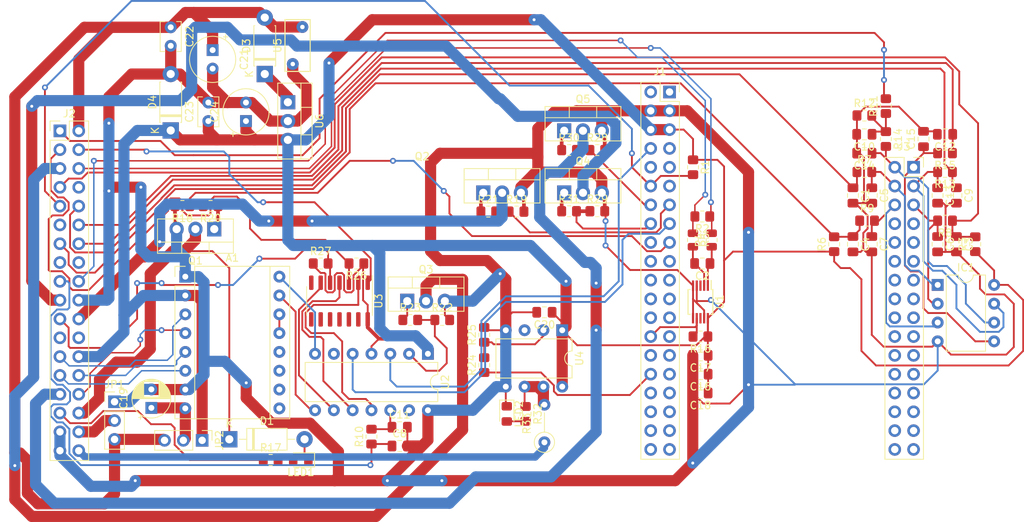
<source format=kicad_pcb>
(kicad_pcb (version 20211014) (generator pcbnew)
  (layers (0 "F.Cu" signal) (31 "B.Cu" signal) (34 "B.Paste" user) (35 "F.Paste" user) (36 "B.SilkS" user "B.Silkscreen") (37 "F.SilkS" user "F.Silkscreen") (38 "B.Mask" user) (39 "F.Mask" user) (44 "Edge.Cuts" user))
  (net 0 "")
  (net 1 "TPS")
  (net 2 "GND")
  (net 3 "CLT")
  (net 4 "IAT")
  (net 5 "ARDUINO-A3")
  (net 6 "ARDUINO-A4")
  (net 7 "ARDUINO-A5")
  (net 8 "O2S +")
  (net 9 "MAP")
  (net 10 "ARDUINO-A2")
  (net 11 "ARDUINO-A1")
  (net 12 "ARDUINO-A0")
  (net 13 "+5V")
  (net 14 "+12V")
  (net 15 "INJECTOR")
  (net 16 "FP RELAY")
  (net 17 "ARDUINO-D6")
  (net 18 "FAN RELAY")
  (net 20 "ARDUINO-RST")
  (net 21 "ARDUINO-D5")
  (net 22 "ARDUINO-D7")
  (net 23 "ARDUINO-D8")
  (net 27 "ARDUINO-D19")
  (net 28 "ARDUINO-D23")
  (net 35 "ARDUINO-D4")
  (net 45 "+BATT")
  (net 46 "NEUTRAL SW")
  (net 47 "CHECK ENGINE")
  (net 48 "ARDUINO-D3")
  (net 49 "SPEED")
  (net 50 "SUB TPS")
  (net 51 "TEMP WARN")
  (net 52 "KICKSTAND SW")
  (net 53 "AIR VALVE")
  (net 54 "SUB A -")
  (net 55 "SUB B -")
  (net 56 "KILL SW")
  (net 57 "Vehicle Down")
  (net 58 "CKP +")
  (net 60 "CKP -")
  (net 61 "CLUTCH SW")
  (net 62 "SUB B +")
  (net 63 "SUB A +")
  (net 64 "O2S HEAT +")
  (net 65 "IGN")
  (net 89 "Net-(LED1-Pad2)")
  (net 90 "Net-(LED2-Pad2)")
  (net 91 "Net-(Q1-Pad1)")
  (net 92 "Net-(Q2-Pad1)")
  (net 93 "Net-(Q4-Pad1)")
  (net 96 "Net-(C2-Pad1)")
  (net 97 "Net-(C2-Pad2)")
  (net 110 "Net-(A1-Pad13)")
  (net 111 "Net-(A1-Pad15)")
  (net 112 "Net-(C19-Pad1)")
  (net 113 "Net-(A1-Pad16)")
  (net 114 "Net-(C10-Pad1)")
  (net 115 "ATTINY-A1")
  (net 116 "Net-(D1-Pad2)")
  (net 117 "ATTINY-D10")
  (net 118 "Net-(D3-Pad1)")
  (net 119 "Net-(Q3-Pad1)")
  (net 120 "Net-(Q5-Pad1)")
  (net 121 "Net-(R24-Pad2)")
  (net 122 "Net-(R32-Pad1)")
  (net 123 "ATTINY-A4")
  (net 124 "ATTINY-A3")
  (net 125 "ATTINY-A2")
  (footprint "Package_TO_SOT_THT:TO-220-3_Vertical" (layer "F.Cu") (at 67.455489 54.755489)
    (fp_text reference "Q3")
    (fp_text value "STP62NS04Z")
  )
  (footprint "Module:Pololu_Breakout-16_15.2x20.3mm" (layer "F.Cu") (at 37.493489 51.453489)
    (fp_text reference "A1")
    (fp_text value "Pololu_Breakout_A4988")
  )
  (footprint "Capacitor_SMD:C_0805_2012Metric_Pad1.18x1.45mm_HandSolder" (layer "F.Cu") (at 130.175 40.487511 -90)
    (fp_text reference "C5")
    (fp_text value "0.22uF")
  )
  (footprint "Capacitor_THT:CP_Radial_Tantal_D6.0mm_P2.50mm" (layer "F.Cu") (at 45.684 30.444 90)
    (fp_text reference "C24")
    (fp_text value "47uf")
  )
  (footprint "Resistor_SMD:R_0805_2012Metric_Pad1.20x1.40mm_HandSolder" (layer "F.Cu") (at 140.065 34.772511 180)
    (fp_text reference "R15")
    (fp_text value "470")
  )
  (footprint "Capacitor_SMD:C_0805_2012Metric_Pad1.18x1.45mm_HandSolder" (layer "F.Cu") (at 85.979 56.261 180)
    (fp_text reference "C20")
    (fp_text value "1uf")
  )
  (footprint "Capacitor_SMD:C_0805_2012Metric_Pad1.18x1.45mm_HandSolder" (layer "F.Cu") (at 107.045 62.077511 180)
    (fp_text reference "C17")
    (fp_text value "0.1uf")
  )
  (footprint "LED_SMD:LED_0805_2012Metric_Pad1.15x1.40mm_HandSolder" (layer "F.Cu") (at 53.086 76.2 180)
    (fp_text reference "LED1")
    (fp_text value "GREEN")
  )
  (footprint "Resistor_SMD:R_0805_2012Metric_Pad1.20x1.40mm_HandSolder" (layer "F.Cu") (at 129.175 29.692511)
    (fp_text reference "R12")
    (fp_text value "1k")
  )
  (footprint "Resistor_SMD:R_0805_2012Metric_Pad1.20x1.40mm_HandSolder" (layer "F.Cu") (at 129.54 43.895011)
    (fp_text reference "R9")
    (fp_text value "470")
  )
  (footprint "Resistor_SMD:R_0805_2012Metric_Pad1.20x1.40mm_HandSolder" (layer "F.Cu") (at 83.439 69.977 -90)
    (fp_text reference "R32")
    (fp_text value "2k")
  )
  (footprint "Resistor_SMD:R_0805_2012Metric_Pad1.20x1.40mm_HandSolder" (layer "F.Cu") (at 60.597489 49.675489 180)
    (fp_text reference "R26")
    (fp_text value "10k")
  )
  (footprint "Capacitor_SMD:C_0805_2012Metric_Pad1.18x1.45mm_HandSolder" (layer "F.Cu") (at 141.605 47.070011 -90)
    (fp_text reference "C3")
    (fp_text value "0.1uf")
  )
  (footprint "Connector_PinSocket_2.54mm:PinSocket_2x16_P2.54mm_Vertical" (layer "F.Cu") (at 135.82 36.677511)
    (fp_text reference "J3")
    (fp_text value "Conn_02x16_Odd_Even")
  )
  (footprint "Capacitor_THT:C_Disc_D3.8mm_W2.6mm_P2.50mm" (layer "F.Cu") (at 40.604 30.444 90)
    (fp_text reference "C23")
    (fp_text value "u1")
  )
  (footprint "Resistor_THT:R_Axial_DIN0207_L6.3mm_D2.5mm_P5.08mm_Vertical" (layer "F.Cu") (at 85.979 73.816 90)
    (fp_text reference "R33")
    (fp_text value "47 2w")
  )
  (footprint "Package_TO_SOT_THT:TO-220-3_Vertical" (layer "F.Cu") (at 77.724 40.132)
    (fp_text reference "Q2")
    (fp_text value "STP62NS04Z")
  )
  (footprint "Capacitor_SMD:C_0805_2012Metric_Pad1.18x1.45mm_HandSolder" (layer "F.Cu") (at 139.065 40.487511 -90)
    (fp_text reference "C13")
    (fp_text value "0.22uF")
  )
  (footprint "Capacitor_SMD:C_0805_2012Metric_Pad1.18x1.45mm_HandSolder" (layer "F.Cu") (at 66.439489 74.313489)
    (fp_text reference "C8")
    (fp_text value "0.1uf")
  )
  (footprint "Capacitor_SMD:C_0805_2012Metric_Pad1.18x1.45mm_HandSolder" (layer "F.Cu") (at 129.175 34.772511 180)
    (fp_text reference "C14")
    (fp_text value "0.22uF")
  )
  (footprint "Resistor_SMD:R_0805_2012Metric_Pad1.20x1.40mm_HandSolder" (layer "F.Cu") (at 144.145 47.070011 90)
    (fp_text reference "R3")
    (fp_text value "2.49k")
  )
  (footprint "Capacitor_THT:CP_Radial_Tantal_D6.0mm_P2.50mm" (layer "F.Cu") (at 41.184 20.864 -90)
    (fp_text reference "C21")
    (fp_text value "10uf")
  )
  (footprint "Package_DIP:DIP-8_W7.62mm" (layer "F.Cu") (at 139.075 52.562511)
    (fp_text reference "IC1")
    (fp_text value "SP721")
  )
  (footprint "Resistor_SMD:R_0805_2012Metric_Pad1.20x1.40mm_HandSolder" (layer "F.Cu") (at 78.404 42.672)
    (fp_text reference "R21")
    (fp_text value "1k")
  )
  (footprint "Package_DIP:DIP-8_W7.62mm" (layer "F.Cu") (at 88.382 58.684 -90)
    (fp_text reference "U4")
    (fp_text value "TC4422AVPA")
  )
  (footprint "Resistor_SMD:R_0805_2012Metric_Pad1.20x1.40mm_HandSolder" (layer "F.Cu") (at 77.851 59.309 90)
    (fp_text reference "R25")
    (fp_text value "100k")
  )
  (footprint "Resistor_SMD:R_0805_2012Metric_Pad1.20x1.40mm_HandSolder" (layer "F.Cu") (at 107.045 59.537511 180)
    (fp_text reference "R16")
    (fp_text value "1k")
  )
  (footprint "Diode_THT:D_DO-41_SOD81_P7.62mm_Horizontal" (layer "F.Cu") (at 48.224 24.094 90)
    (fp_text reference "D3")
    (fp_text value "1N5818")
  )
  (footprint "Resistor_SMD:R_0805_2012Metric_Pad1.20x1.40mm_HandSolder" (layer "F.Cu") (at 132.08 32.867511 -90)
    (fp_text reference "R14")
    (fp_text value "470")
  )
  (footprint "Resistor_SMD:R_0805_2012Metric_Pad1.20x1.40mm_HandSolder" (layer "F.Cu") (at 89.31 42.616)
    (fp_text reference "R31")
    (fp_text value "1k")
  )
  (footprint "Resistor_SMD:R_0805_2012Metric" (layer "F.Cu") (at 108.565 46.500011 90)
    (fp_text reference "R4")
    (fp_text value "10k")
  )
  (footprint "Diode_THT:D_DO-41_SOD81_P7.62mm_Horizontal" (layer "F.Cu") (at 35.524 31.714 90)
    (fp_text reference "D4")
    (fp_text value "1N5919BG")
  )
  (footprint "Capacitor_THT:C_Disc_D3.8mm_W2.6mm_P2.50mm" (layer "F.Cu") (at 35.524 17.784 -90)
    (fp_text reference "C22")
    (fp_text value "u1")
  )
  (footprint "Capacitor_SMD:C_0805_2012Metric_Pad1.18x1.45mm_HandSolder" (layer "F.Cu") (at 140.065 32.232511 180)
    (fp_text reference "C12")
    (fp_text value "0.1uf")
  )
  (footprint "Package_TO_SOT_THT:TO-220-3_Vertical" (layer "F.Cu") (at 88.646 31.75)
    (fp_text reference "Q5")
    (fp_text value "STP62NS04Z")
  )
  (footprint "Capacitor_SMD:C_0805_2012Metric_Pad1.18x1.45mm_HandSolder" (layer "F.Cu") (at 107.295 49.675011 180)
    (fp_text reference "C2")
    (fp_text value "1nf")
  )
  (footprint "Package_SO:MSOP-10_3x3mm_P0.5mm" (layer "F.Cu") (at 107.045 54.862511 -90)
    (fp_text reference "U1")
    (fp_text value "MAX9924UAUB+")
  )
  (footprint "Resistor_SMD:R_0805_2012Metric_Pad1.20x1.40mm_HandSolder" (layer "F.Cu") (at 55.771489 49.675489)
    (fp_text reference "R27")
    (fp_text value "10k")
  )
  (footprint "Resistor_SMD:R_0805_2012Metric_Pad1.20x1.40mm_HandSolder" (layer "F.Cu") (at 129.175 37.312511)
    (fp_text reference "R7")
    (fp_text value "470")
  )
  (footprint "Capacitor_SMD:C_0805_2012Metric_Pad1.18x1.45mm_HandSolder" (layer "F.Cu") (at 107.045 64.617511 180)
    (fp_text reference "C16")
    (fp_text value "10nf")
  )
  (footprint "Package_TO_SOT_THT:TO-220-3_Vertical" (layer "F.Cu") (at 41.402 45.029 180)
    (fp_text reference "Q1")
    (fp_text value "STP62NS04Z")
  )
  (footprint "Resistor_SMD:R_0805_2012Metric_Pad1.20x1.40mm_HandSolder" (layer "F.Cu") (at 37.1 41.91 180)
    (fp_text reference "R18")
    (fp_text value "100k")
  )
  (footprint "Resistor_SMD:R_0805_2012Metric_Pad1.20x1.40mm_HandSolder" (layer "F.Cu") (at 82.214 42.672)
    (fp_text reference "R19")
    (fp_text value "100k")
  )
  (footprint "Connector_PinHeader_2.54mm:PinHeader_1x03_P2.54mm_Vertical" (layer "F.Cu") (at 39.769489 73.551489 -90)
    (fp_text reference "JP2")
    (fp_text value "Jumper_3_Open")
  )
  (footprint "Resistor_SMD:R_0805_2012Metric_Pad1.20x1.40mm_HandSolder" (layer "F.Cu") (at 49.022 76.2)
    (fp_text reference "R17")
    (fp_text value "2k")
  )
  (footprint "Diode_THT:D_DO-41_SOD81_P10.16mm_Horizontal" (layer "F.Cu") (at 43.434 73.406)
    (fp_text reference "D1")
    (fp_text value "1N4004")
  )
  (footprint "Resistor_SMD:R_0805_2012Metric_Pad1.20x1.40mm_HandSolder" (layer "F.Cu") (at 140.065 37.312511 180)
    (fp_text reference "R13")
    (fp_text value "470")
  )
  (footprint "Resistor_SMD:R_0805_2012Metric_Pad1.20x1.40mm_HandSolder" (layer "F.Cu") (at 106.045 36.677511 -90)
    (fp_text reference "R1")
    (fp_text value "10k")
  )
  (footprint "Resistor_SMD:R_0805_2012Metric_Pad1.20x1.40mm_HandSolder" (layer "F.Cu") (at 72.183489 57.295489)
    (fp_text reference "R22")
    (fp_text value "100k")
  )
  (footprint "Connector_PinHeader_2.54mm:PinHeader_1x03_P2.54mm_Vertical" (layer "F.Cu") (at 27.94 68.341)
    (fp_text reference "JP1")
    (fp_text value "O2 HEAT ENABLE")
  )
  (footprint "Capacitor_SMD:C_0805_2012Metric_Pad1.18x1.45mm_HandSolder" (layer "F.Cu") (at 66.439489 71.773489)
    (fp_text reference "C11")
    (fp_text value "0.22uF")
  )
  (footprint "LED_SMD:LED_0805_2012Metric_Pad1.15x1.40mm_HandSolder" (layer "F.Cu") (at 80.899 69.977 -90)
    (fp_text reference "LED2")
    (fp_text value "GREEN")
  )
  (footprint "Package_TO_SOT_THT:TO-220-3_Vertical" (layer "F.Cu") (at 51.344 27.904 -90)
    (fp_text reference "U6")
    (fp_text value "LM340T-5.0")
  )
  (footprint "Resistor_SMD:R_0805_2012Metric_Pad1.20x1.40mm_HandSolder" (layer "F.Cu") (at 93.12 42.616)
    (fp_text reference "R29")
    (fp_text value "100k")
  )
  (footprint "Capacitor_SMD:C_0805_2012Metric_Pad1.18x1.45mm_HandSolder" (layer "F.Cu") (at 137.16 32.867511 90)
    (fp_text reference "C15")
    (fp_text value "0.33uF")
  )
  (footprint "Capacitor_THT:CP_Radial_D5.0mm_P2.50mm" (layer "F.Cu") (at 32.911489 69.168602 90)
    (fp_text reference "C19")
    (fp_text value "100uf")
  )
  (footprint "Connector_PinSocket_2.54mm:PinSocket_2x20_P2.54mm_Vertical" (layer "F.Cu") (at 102.87 26.517511)
    (fp_text reference "J1")
    (fp_text value "Conn_02x20_Odd_Even")
  )
  (footprint "Capacitor_SMD:C_0805_2012Metric_Pad1.18x1.45mm_HandSolder" (layer "F.Cu") (at 130.175 47.070011 -90)
    (fp_text reference "C7")
    (fp_text value "0.22uF")
  )
  (footprint "Capacitor_SMD:C_0805_2012Metric_Pad1.18x1.45mm_HandSolder" (layer "F.Cu") (at 107.045 67.157511 180)
    (fp_text reference "C18")
    (fp_text value "1uf")
  )
  (footprint "Connector_PinHeader_2.54mm:PinHeader_2x18_P2.54mm_Vertical" (layer "F.Cu") (at 20.569 31.765)
    (fp_text reference "J2")
    (fp_text value "Conn_02x18_Top_Bottom")
  )
  (footprint "Resistor_SMD:R_0805_2012Metric_Pad1.20x1.40mm_HandSolder" (layer "F.Cu") (at 107.295 43.325011 180)
    (fp_text reference "R2")
    (fp_text value "4.7k")
  )
  (footprint "Package_DIP:DIP-14_W7.62mm" (layer "F.Cu") (at 70.249489 61.867489 -90)
    (fp_text reference "U2")
    (fp_text value "ATtiny84-20P")
  )
  (footprint "Resistor_SMD:R_0805_2012Metric_Pad1.20x1.40mm_HandSolder" (layer "F.Cu") (at 140.065 43.895011 180)
    (fp_text reference "R8")
    (fp_text value "470")
  )
  (footprint "Capacitor_SMD:C_0805_2012Metric_Pad1.18x1.45mm_HandSolder" (layer "F.Cu") (at 127.635 40.487511 -90)
    (fp_text reference "C1")
    (fp_text value "0.1uf")
  )
  (footprint "Resistor_SMD:R_0805_2012Metric" (layer "F.Cu") (at 106.025 46.500011 -90)
    (fp_text reference "R5")
    (fp_text value "10k")
  )
  (footprint "Resistor_SMD:R_0805_2012Metric_Pad1.20x1.40mm_HandSolder" (layer "F.Cu") (at 125.095 47.070011 90)
    (fp_text reference "R6")
    (fp_text value "2.49k")
  )
  (footprint "Resistor_SMD:R_0805_2012Metric_Pad1.20x1.40mm_HandSolder" (layer "F.Cu") (at 40.91 41.91 180)
    (fp_text reference "R20")
    (fp_text value "1k")
  )
  (footprint "Package_TO_SOT_THT:TO-220-3_Vertical" (layer "F.Cu") (at 88.646 40.132)
    (fp_text reference "Q4")
    (fp_text value "STP62NS04Z")
  )
  (footprint "Package_SO:SOIC-14_3.9x8.7mm_P1.27mm" (layer "F.Cu") (at 58.311489 54.745489 -90)
    (fp_text reference "U3")
    (fp_text value "74LS14DR")
  )
  (footprint "Capacitor_SMD:C_0805_2012Metric_Pad1.18x1.45mm_HandSolder" (layer "F.Cu") (at 127.635 47.070011 -90)
    (fp_text reference "C4")
    (fp_text value "0.1uf")
  )
  (footprint "Resistor_SMD:R_0805_2012Metric_Pad1.20x1.40mm_HandSolder" (layer "F.Cu") (at 93.12 34.361)
    (fp_text reference "R28")
    (fp_text value "100k")
  )
  (footprint "Resistor_SMD:R_0805_2012Metric_Pad1.20x1.40mm_HandSolder" (layer "F.Cu") (at 62.629489 73.043489 90)
    (fp_text reference "R10")
    (fp_text value "470")
  )
  (footprint "Capacitor_SMD:C_0805_2012Metric_Pad1.18x1.45mm_HandSolder" (layer "F.Cu") (at 139.065 47.070011 -90)
    (fp_text reference "C6")
    (fp_text value "0.22uF")
  )
  (footprint "Capacitor_SMD:C_0805_2012Metric_Pad1.18x1.45mm_HandSolder" (layer "F.Cu") (at 129.175 32.232511 180)
    (fp_text reference "C10")
    (fp_text value "0.1uf")
  )
  (footprint "Resistor_SMD:R_0805_2012Metric_Pad1.20x1.40mm_HandSolder" (layer "F.Cu") (at 67.865489 57.295489)
    (fp_text reference "R23")
    (fp_text value "1k")
  )
  (footprint "Resistor_SMD:R_0805_2012Metric_Pad1.20x1.40mm_HandSolder" (layer "F.Cu") (at 89.31 34.361)
    (fp_text reference "R30")
    (fp_text value "1k")
  )
  (footprint "Capacitor_SMD:C_0805_2012Metric_Pad1.18x1.45mm_HandSolder" (layer "F.Cu") (at 141.605 40.487511 -90)
    (fp_text reference "C9")
    (fp_text value "0.1uf")
  )
  (footprint "Resistor_SMD:R_0805_2012Metric_Pad1.20x1.40mm_HandSolder" (layer "F.Cu") (at 77.851 63.389 90)
    (fp_text reference "R24")
    (fp_text value "1k")
  )
  (footprint "Varistor:RV_Disc_D7mm_W3.4mm_P5mm" (layer "F.Cu") (at 53.304 17.744 -90)
    (fp_text reference "U5")
    (fp_text value "ERZ-V14D220")
  )
  (footprint "Resistor_SMD:R_0805_2012Metric_Pad1.20x1.40mm_HandSolder" (layer "F.Cu") (at 132.08 28.422511 90)
    (fp_text reference "R11")
    (fp_text value "3.9k")
  )
  (segment (start 127.635 39.450011) (end 112.314989 24.13) (width 0.25) (layer "F.Cu") (net 1))
  (segment (start 59.182 34.545436) (end 54.611436 39.116) (width 0.25) (layer "F.Cu") (net 1))
  (segment (start 22.622501 48.179511) (end 21.934489 47.491499) (width 0.25) (layer "F.Cu") (net 1))
  (segment (start 54.611436 39.116) (end 36.010072 39.116) (width 0.25) (layer "F.Cu") (net 1))
  (segment (start 36.010072 39.116) (end 34.27644 40.849632) (width 0.25) (layer "F.Cu") (net 1))
  (segment (start 128.175 37.312511) (end 128.175 38.910011) (width 0.25) (layer "F.Cu") (net 1))
  (segment (start 27.004489 48.179511) (end 22.622501 48.179511) (width 0.25) (layer "F.Cu") (net 1))
  (segment (start 59.182 28.703436) (end 59.182 34.545436) (width 0.25) (layer "F.Cu") (net 1))
  (segment (start 112.314989 24.13) (end 63.755436 24.13) (width 0.25) (layer "F.Cu") (net 1))
  (segment (start 63.755436 24.13) (end 59.182 28.703436) (width 0.25) (layer "F.Cu") (net 1))
  (segment (start 34.27644 40.849632) (end 34.27644 40.90756) (width 0.25) (layer "F.Cu") (net 1))
  (segment (start 21.934489 43.099511) (end 23.109 41.925) (width 0.25) (layer "F.Cu") (net 1))
  (segment (start 128.175 38.910011) (end 127.635 39.450011) (width 0.25) (layer "F.Cu") (net 1))
  (segment (start 34.27644 40.90756) (end 27.004489 48.179511) (width 0.25) (layer "F.Cu") (net 1))
  (segment (start 21.934489 47.491499) (end 21.934489 43.099511) (width 0.25) (layer "F.Cu") (net 1))
  (segment (start 46.736 68.834) (end 45.72 67.818) (width 1.5) (layer "F.Cu") (net 2))
  (segment (start 106.0075 67.157511) (end 107.429989 68.58) (width 0.25) (layer "F.Cu") (net 2))
  (segment (start 109.22 68.58) (end 110.998 68.58) (width 0.25) (layer "F.Cu") (net 2))
  (segment (start 57.658 78.994) (end 64.77 78.994) (width 1.5) (layer "F.Cu") (net 2))
  (segment (start 80.762 57.16) (end 80.762 58.684) (width 0.25) (layer "F.Cu") (net 2))
  (segment (start 128.498511 34.772511) (end 129.12548 35.39948) (width 0.25) (layer "F.Cu") (net 2))
  (segment (start 81.661 56.261) (end 80.762 57.16) (width 0.25) (layer "F.Cu") (net 2))
  (segment (start 128.175 29.692511) (end 129.36952 28.497991) (width 0.25) (layer "F.Cu") (net 2))
  (segment (start 106.045 54.457511) (end 106.045 54.497511) (width 0.25) (layer "F.Cu") (net 2))
  (segment (start 140.14048 42.09648) (end 140.14048 48.022542) (width 0.25) (layer "F.Cu") (net 2))
  (segment (start 128.908989 41.525011) (end 130.175 41.525011) (width 0.25) (layer "F.Cu") (net 2))
  (segment (start 140.055511 48.107511) (end 141.605 48.107511) (width 0.25) (layer "F.Cu") (net 2))
  (segment (start 100.33 29.057511) (end 90.322489 29.057511) (width 1.5) (layer "F.Cu") (net 2))
  (segment (start 27.178 30.734) (end 27.178 27.178) (width 1.5) (layer "F.Cu") (net 2))
  (segment (start 85.09 35.306) (end 85.09 37.084) (width 1.5) (layer "F.Cu") (net 2))
  (segment (start 94.12 34.361) (end 94.12 32.144) (width 0.5) (layer "F.Cu") (net 2))
  (segment (start 106.045 52.662511) (end 106.045 54.457511) (width 0.25) (layer "F.Cu") (net 2))
  (segment (start 92.71 37.338) (end 84.836 37.338) (width 1.5) (layer "F.Cu") (net 2))
  (segment (start 94.234 42.73) (end 94.12 42.616) (width 0.25) (layer "F.Cu") (net 2))
  (segment (start 129.36952 28.497991) (end 133.82798 28.497991) (width 0.25) (layer "F.Cu") (net 2))
  (segment (start 106.045 52.662511) (end 103.934511 50.552022) (width 0.25) (layer "F.Cu") (net 2))
  (segment (start 53.884 25.944) (end 53.884 29.215522) (width 1.5) (layer "F.Cu") (net 2))
  (segment (start 80.762 68.815) (end 80.762 66.304) (width 0.25) (layer "F.Cu") (net 2))
  (segment (start 139.065 48.107511) (end 140.055511 48.107511) (width 0.25) (layer "F.Cu") (net 2))
  (segment (start 57.658 78.994) (end 58.166 78.486) (width 1.5) (layer "F.Cu") (net 2))
  (segment (start 36.754 24.094) (end 35.524 24.094) (width 1.5) (layer "F.Cu") (net 2))
  (segment (start 80.01 51.054) (end 78.232 49.276) (width 1.5) (layer "F.Cu") (net 2))
  (segment (start 127.635 41.525011) (end 127.933453 41.525011) (width 0.25) (layer "F.Cu") (net 2))
  (segment (start 127.635 41.525011) (end 128.908989 41.525011) (width 0.25) (layer "F.Cu") (net 2))
  (segment (start 90.17 29.21) (end 87.334478 29.21) (width 1.5) (layer "F.Cu") (net 2))
  (segment (start 84.582 34.798) (end 85.09 35.306) (width 1.5) (layer "F.Cu") (net 2))
  (segment (start 93.726 31.75) (end 93.726 29.25) (width 1.5) (layer "F.Cu") (net 2))
  (segment (start 140.14048 41.97752) (end 140.14048 42.09648) (width 0.25) (layer "F.Cu") (net 2))
  (segment (start 51.344 30.444) (end 48.939 30.444) (width 1.5) (layer "F.Cu") (net 2))
  (segment (start 108.323 54.745) (end 106.545 54.745) (width 0.25) (layer "F.Cu") (net 2))
  (segment (start 41.184 23.364) (end 41.184 25.944) (width 1.5) (layer "F.Cu") (net 2))
  (segment (start 85.09 31.454478) (end 85.09 35.306) (width 1.5) (layer "F.Cu") (net 2))
  (segment (start 69.215 74.549) (end 70.249489 73.514511) (width 1.5) (layer "F.Cu") (net 2))
  (segment (start 87.334478 29.21) (end 85.09 31.454478) (width 1.5) (layer "F.Cu") (net 2))
  (segment (start 140.208 41.91) (end 140.14048 41.97752) (width 0.25) (layer "F.Cu") (net 2))
  (segment (start 71.882 34.798) (end 84.582 34.798) (width 1.5) (layer "F.Cu") (net 2))
  (segment (start 36.754 24.094) (end 40.604 27.944) (width 1.5) (layer "F.Cu") (net 2))
  (segment (start 144.78 51.282511) (end 144.78 53.086) (width 0.25) (layer "F.Cu") (net 2))
  (segment (start 106.045 57.062511) (end 106.045 54.457511) (width 0.25) (layer "F.Cu") (net 2))
  (segment (start 138.625 31.830011) (end 139.0275 32.232511) (width 0.25) (layer "F.Cu") (net 2))
  (segment (start 94.12 32.144) (end 93.726 31.75) (width 0.5) (layer "F.Cu") (net 2))
  (segment (start 49.139 71.237) (end 46.736 68.834) (width 1.5) (layer "F.Cu") (net 2))
  (segment (start 35.524 24.094) (end 35.524 20.284) (width 1.5) (layer "F.Cu") (net 2))
  (segment (start 106.545 54.997511) (end 107.045 55.497511) (width 0.25) (layer "F.Cu") (net 2))
  (segment (start 129.61548 43.207038) (end 129.61548 44.967038) (width 0.25) (layer "F.Cu") (net 2))
  (segment (start 127.933453 41.525011) (end 129.61548 43.207038) (width 0.25) (layer "F.Cu") (net 2))
  (segment (start 43.184 27.944) (end 40.604 27.944) (width 1.5) (layer "F.Cu") (net 2))
  (segment (start 145.542 53.848) (end 148.082 53.848) (width 0.25) (layer "F.Cu") (net 2))
  (segment (start 48.939 30.444) (end 46.439 27.944) (width 1.5) (layer "F.Cu") (net 2))
  (segment (start 93.686 29.21) (end 90.17 29.21) (width 1.5) (layer "F.Cu") (net 2))
  (segment (start 93.726 40.132) (end 93.726 38.354) (width 1.5) (layer "F.Cu") (net 2))
  (segment (start 90.322489 29.057511) (end 90.17 29.21) (width 1.5) (layer "F.Cu") (net 2))
  (segment (start 113.538 37.338) (end 113.538 45.466) (width 1.5) (layer "F.Cu") (net 2))
  (segment (start 84.836 37.338) (end 84.455 37.719) (width 1.5) (layer "F.Cu") (net 2))
  (segment (start 130.175 59.309) (end 131.769 60.903) (width 0.25) (layer "F.Cu") (net 2))
  (segment (start 128.175 29.692511) (end 128.175 34.735011) (width 0.25) (layer "F.Cu") (net 2))
  (segment (start 129.387511 48.107511) (end 130.175 48.107511) (width 0.25) (layer "F.Cu") (net 2))
  (segment (start 94.12 42.616) (end 94.12 40.526) (width 0.5) (layer "F.Cu") (net 2))
  (segment (start 84.455 37.719) (end 82.804 39.37) (width 1.5) (layer "F.Cu") (net 2))
  (segment (start 82.804 39.37) (end 82.804 40.132) (width 1.5) (layer "F.Cu") (net 2))
  (segment (start 67.714489 71.535989) (end 67.476989 71.773489) (width 0.25) (layer "F.Cu") (net 2))
  (segment (start 137.16 31.830011) (end 138.625 31.830011) (width 0.25) (layer "F.Cu") (net 2))
  (segment (start 140.711949 41.525011) (end 140.14048 42.09648) (width 0.25) (layer "F.Cu") (net 2))
  (segment (start 45.72 67.818) (end 45.72 65.786) (width 1.5) (layer "F.Cu") (net 2))
  (segment (start 70.612 36.068) (end 71.882 34.798) (width 1.5) (layer "F.Cu") (net 2))
  (segment (start 58.166 78.486) (end 58.166 75.079553) (width 1.5) (layer "F.Cu") (net 2))
  (segment (start 140.14048 48.022542) (end 140.055511 48.107511) (width 0.25) (layer "F.Cu") (net 2))
  (segment (start 71.882 49.276) (end 70.612 48.006) (width 1.5) (layer "F.Cu") (net 2))
  (segment (start 93.726 38.354) (end 92.71 37.338) (width 1.5) (layer "F.Cu") (net 2))
  (segment (start 78.232 49.276) (end 71.882 49.276) (width 1.5) (layer "F.Cu") (net 2))
  (segment (start 52.004 22.744) (end 52.004 24.064) (width 1.5) (layer "F.Cu") (net 2))
  (segment (start 131.769 60.903) (end 138.354511 60.903) (width 0.25) (layer "F.Cu") (net 2))
  (segment (start 128.676489 48.107511) (end 129.032 47.752) (width 0.25) (layer "F.Cu") (net 2))
  (segment (start 139.065 41.525011) (end 139.823011 41.525011) (width 0.25) (layer "F.Cu") (net 2))
  (segment (start 141.605 48.107511) (end 144.78 51.282511) (width 0.25) (layer "F.Cu") (net 2))
  (segment (start 149.352 55.118) (end 149.352 60.96) (width 0.25) (layer "F.Cu") (net 2))
  (segment (start 108.458 54.61) (end 108.323 54.745) (width 0.25) (layer "F.Cu") (net 2))
  (segment (start 37.493489 66.693489) (end 32.936376 66.693489) (width 1.5) (layer "F.Cu") (net 2))
  (segment (start 54.323447 71.237) (end 49.139 71.237) (width 1.5) (layer "F.Cu") (net 2))
  (segment (start 85.09 37.084) (end 84.455 37.719) (width 1.5) (layer "F.Cu") (net 2))
  (segment (start 129.12548 41.30852) (end 128.908989 41.525011) (width 0.25) (layer "F.Cu") (net 2))
  (segment (start 130.175 48.107511) (end 130.175 59.309) (width 0.25) (layer "F.Cu") (net 2))
  (segment (start 106.0075 67.157511) (end 106.0075 62.077511) (width 0.25) (layer "F.Cu") (net 2))
  (segment (start 80.762 58.684) (end 80.762 51.806) (width 1.5) (layer "F.Cu") (net 2))
  (segment (start 70.612 48.006) (end 70.612 36.068) (width 1.5) (layer "F.Cu") (net 2))
  (segment (start 32.936376 66.693489) (end 32.911489 66.668602) (width 1.5) (layer "F.Cu") (net 2))
  (segment (start 110.998 68.58) (end 113.538 66.04) (width 0.25) (layer "F.Cu") (net 2))
  (segment (start 93.726 29.25) (end 93.686 29.21) (width 1.5) (layer "F.Cu") (net 2))
  (segment (start 129.032 47.752) (end 129.387511 48.107511) (width 0.25) (layer "F.Cu") (net 2))
  (segment (start 133.82798 28.497991) (end 137.16 31.830011) (width 0.25) (layer "F.Cu") (net 2))
  (segment (start 67.476989 71.773489) (end 67.476989 74.313489) (width 0.25) (layer "F.Cu") (net 2))
  (segment (start 94.234 43.942) (end 94.234 42.73) (width 0.25) (layer "F.Cu") (net 2))
  (segment (start 103.632 78.994) (end 106.0075 76.6185) (width 1.5) (layer "F.Cu") (net 2))
  (segment (start 31.496 39.37) (end 27.686 39.37) (width 1.5) (layer "F.Cu") (net 2))
  (segment (start 53.884 29.215522) (end 52.655522 30.444) (width 1.5) (layer "F.Cu") (net 2))
  (segment (start 100.33 29.057511) (end 102.87 29.057511) (width 1.5) (layer "F.Cu") (net 2))
  (segment (start 27.178 27.178) (end 30.262 24.094) (width 1.5) (layer "F.Cu") (net 2))
  (segment (start 27.686 39.37) (end 27.178 39.878) (width 1.5) (layer "F.Cu") (net 2))
  (segment (start 97.542022 50.552022) (end 94.234 47.244) (width 0.25) (layer "F.Cu") (net 2))
  (segment (start 30.262 24.094) (end 35.524 24.094) (width 1.5) (layer "F.Cu") (net 2))
  (segment (start 106.545 54.745) (end 106.545 54.997511) (width 0.25) (layer "F.Cu") (net 2))
  (segment (start 105.257511 29.057511) (end 113.538 37.338) (width 1.5) (layer "F.Cu") (net 2))
  (segment (start 107.045 55.497511) (end 107.545 55.997511) (width 0.25) (layer "F.Cu") (net 2))
  (segment (start 80.899 68.952) (end 80.762 68.815) (width 0.25) (layer "F.Cu") (net 2))
  (segment (start 148.336 61.976) (end 140.868489 61.976) (width 0.25) (layer "F.Cu") (net 2))
  (segment (start 140.868489 61.976) (end 139.075 60.182511) (width 0.25) (layer "F.Cu") (net 2))
  (segment (start 68.979489 74.313489) (end 69.215 74.549) (width 1.5) (layer "F.Cu") (net 2))
  (segment (start 83.214 40.542) (end 82.804 40.132) (width 0.5) (layer "F.Cu") (net 2))
  (segment (start 70.249489 73.514511) (end 70.249489 69.487489) (width 1.5) (layer "F.Cu") (net 2))
  (segment (start 106.0075 76.6185) (end 106.0075 62.077511) (width 1.5) (layer "F.Cu") (net 2))
  (segment (start 72.535489 56.647489) (end 72.535489 54.755489) (width 0.25) (layer "F.Cu") (net 2))
  (segment (start 80.762 51.806) (end 80.01 51.054) (width 1.5) (layer "F.Cu") (net 2))
  (segment (start 80.899 58.547) (end 80.762 58.684) (width 0.25) (layer "F.Cu") (net 2))
  (segment (start 138.354511 60.903) (end 139.075 60.182511) (width 0.25) (layer "F.Cu") (net 2))
  (segment (start 45.684 27.944) (end 43.184 27.944) (width 1.5) (layer "F.Cu") (net 2))
  (segment (start 64.77 78.994) (end 69.215 74.549) (width 1.5) (layer "F.Cu") (net 2))
  (segment (start 129.032 45.550518) (end 129.032 47.752) (width 0.25) (layer "F.Cu") (net 2))
  (segment (start 73.183489 57.295489) (end 72.535489 56.647489) (width 0.25) (layer "F.Cu") (net 2))
  (segment (start 107.545 57.062511) (end 107.545 55.997511) (width 0.25) (layer "F.Cu") (net 2))
  (segment (start 128.1375 34.772511) (end 128.498511 34.772511) (width 0.25) (layer "F.Cu") (net 2))
  (segment (start 58.166 75.079553) (end 54.323447 71.237) (width 1.5) (layer "F.Cu") (net 2))
  (segment (start 139.823011 41.525011) (end 140.208 41.91) (width 0.25) (layer "F.Cu") (net 2))
  (segment (start 107.429989 68.58) (end 109.22 68.58) (width 0.25) (layer "F.Cu") (net 2))
  (segment (start 41.184 25.944) (end 43.184 27.944) (width 1.5) (layer "F.Cu") (net 2))
  (segment (start 103.934511 50.552022) (end 97.542022 50.552022) (width 0.25) (layer "F.Cu") (net 2))
  (segment (start 106.545 52.662511) (end 106.545 54.745) (width 0.25) (layer "F.Cu") (net 2))
  (segment (start 129.61548 44.967038) (end 129.032 45.550518) (width 0.25) (layer "F.Cu") (net 2))
  (segment (start 36.1 41.91) (end 36.1 44) (width 0.5) (layer "F.Cu") (net 2))
  (segment (start 127.635 48.107511) (end 128.676489 48.107511) (width 0.25) (layer "F.Cu") (net 2))
  (segment (start 102.87 29.057511) (end 105.257511 29.057511) (width 1.5) (layer "F.Cu") (net 2))
  (segment (start 129.12548 35.39948) (end 129.12548 41.30852) (width 0.25) (layer "F.Cu") (net 2))
  (segment (start 52.655522 30.444) (end 51.344 30.444) (width 1.5) (layer "F.Cu") (net 2))
  (segment (start 72.136 78.994) (end 103.632 78.994) (width 1.5) (layer "F.Cu") (net 2))
  (segment (start 77.851 58.309) (end 78.226 58.684) (width 0.25) (layer "F.Cu") (net 2))
  (segment (start 148.082 53.848) (end 149.352 55.118) (width 0.25) (layer "F.Cu") (net 2))
  (segment (start 128.175 34.735011) (end 128.1375 34.772511) (width 0.25) (layer "F.Cu") (net 2))
  (segment (start 106.045 54.497511) (end 107.045 55.497511) (width 0.25) (layer "F.Cu") (net 2))
  (segment (start 36.1 44) (end 36.494 44.394) (width 0.5) (layer "F.Cu") (net 2))
  (segment (start 83.214 42.672) (end 83.214 40.542) (width 0.5) (layer "F.Cu") (net 2))
  (segment (start 46.439 27.944) (end 45.684 27.944) (width 1.5) (layer "F.Cu") (net 2))
  (segment (start 52.004 24.064) (end 53.884 25.944) (width 1.5) (layer "F.Cu") (net 2))
  (segment (start 149.352 60.96) (end 148.336 61.976) (width 0.25) (layer "F.Cu") (net 2))
  (segment (start 141.605 41.525011) (end 140.711949 41.525011) (width 0.25) (layer "F.Cu") (net 2))
  (segment (start 84.9415 56.261) (end 81.661 56.261) (width 0.25) (layer "F.Cu") (net 2))
  (segment (start 78.226 58.684) (end 80.762 58.684) (width 0.25) (layer "F.Cu") (net 2))
  (segment (start 30.734 78.994) (end 57.658 78.994) (width 1.5) (layer "F.Cu") (net 2))
  (segment (start 94.12 40.526) (end 93.726 40.132) (width 0.5) (layer "F.Cu") (net 2))
  (segment (start 144.78 53.086) (end 145.542 53.848) (width 0.25) (layer "F.Cu") (net 2))
  (segment (start 67.476989 74.313489) (end 68.979489 74.313489) (width 1.5) (layer "F.Cu") (net 2))
  (via (at 31.496 39.37) (size 0.8) (drill 0.4) (layers "F.Cu" "B.Cu") (net 2))
  (via (at 94.234 47.244) (size 0.8) (drill 0.4) (layers "F.Cu" "B.Cu") (net 2))
  (via (at 45.72 65.786) (size 0.8) (drill 0.4) (layers "F.Cu" "B.Cu") (net 2))
  (via (at 106.0075 76.6185) (size 0.8) (drill 0.4) (layers "F.Cu" "B.Cu") (net 2))
  (via (at 113.538 45.466) (size 0.8) (drill 0.4) (layers "F.Cu" "B.Cu") (net 2))
  (via (at 72.136 78.994) (size 0.8) (drill 0.4) (layers "F.Cu" "B.Cu") (net 2))
  (via (at 64.77 78.994) (size 0.8) (drill 0.4) (layers "F.Cu" "B.Cu") (net 2))
  (via (at 113.538 66.04) (size 0.8) (drill 0.4) (layers "F.Cu" "B.Cu") (net 2))
  (via (at 108.458 54.61) (size 0.8) (drill 0.4) (layers "F.Cu" "B.Cu") (net 2))
  (via (at 94.234 43.942) (size 0.8) (drill 0.4) (layers "F.Cu" "B.Cu") (net 2))
  (via (at 80.01 51.054) (size 0.8) (drill 0.4) (layers "F.Cu" "B.Cu") (net 2))
  (via (at 27.178 30.734) (size 0.8) (drill 0.4) (layers "F.Cu" "B.Cu") (net 2))
  (via (at 30.734 78.994) (size 0.8) (drill 0.4) (layers "F.Cu" "B.Cu") (net 2))
  (via (at 27.178 39.878) (size 0.8) (drill 0.4) (layers "F.Cu" "B.Cu") (net 2))
  (segment (start 139.075 60.182511) (end 139.075 64.125) (width 0.25) (layer "B.Cu") (net 2))
  (segment (start 37.493489 48.923489) (end 37.338 48.768) (width 1.5) (layer "B.Cu") (net 2))
  (segment (start 40.023489 64.661489) (end 37.991489 66.693489) (width 1.5) (layer "B.Cu") (net 2))
  (segment (start 113.538 69.088) (end 106.0075 76.6185) (width 1.5) (layer "B.Cu") (net 2))
  (segment (start 32.512 48.768) (end 31.496 47.752) (width 1.5) (layer "B.Cu") (net 2))
  (segment (start 27.178 54.356) (end 27.178 39.878) (width 1.5) (layer "B.Cu") (net 2))
  (segment (start 37.493489 51.453489) (end 39.261489 51.453489) (width 1.5) (layer "B.Cu") (net 2))
  (segment (start 64.77 78.994) (end 72.136 78.994) (width 1.5) (layer "B.Cu") (net 2))
  (segment (start 42.817489 62.883489) (end 40.023489 62.883489) (width 1.5) (layer "B.Cu") (net 2))
  (segment (start 20.569 75.58561) (end 24.73939 79.756) (width 1.5) (layer "B.Cu") (net 2))
  (segment (start 113.538 66.04) (end 119.774 66.04) (width 0.25) (layer "B.Cu") (net 2))
  (segment (start 30.734 79.248) (end 30.734 78.994) (width 1.5) (layer "B.Cu") (net 2))
  (segment (start 31.496 47.752) (end 31.496 39.37) (width 1.5) (layer "B.Cu") (net 2))
  (segment (start 20.569 72.405) (end 20.569 75.58561) (width 1.5) (layer "B.Cu") (net 2))
  (segment (start 31.629398 66.668602) (end 29.957 68.341) (width 1.5) (layer "B.Cu") (net 2))
  (segment (start 137.217 65.983) (end 119.831 65.983) (width 0.25) (layer "B.Cu") (net 2))
  (segment (start 37.493489 51.453489) (end 37.493489 48.923489) (width 1.5) (layer "B.Cu") (net 2))
  (segment (start 40.023489 62.883489) (end 40.023489 64.661489) (width 1.5) (layer "B.Cu") (net 2))
  (segment (start 27.178 39.878) (end 27.178 30.734) (width 1.5) (layer "B.Cu") (net 2))
  (segment (start 37.338 48.768) (end 32.512 48.768) (width 1.5) (layer "B.Cu") (net 2))
  (segment (start 113.538 45.466) (end 113.538 69.088) (width 1.5) (layer "B.Cu") (net 2))
  (segment (start 30.226 79.756) (end 30.734 79.248) (width 1.5) (layer "B.Cu") (net 2))
  (segment (start 72.535489 54.755489) (end 76.308511 54.755489) (width 1.5) (layer "B.Cu") (net 2))
  (segment (start 36.322 47.752) (end 36.322 45.029) (width 1.5) (layer "B.Cu") (net 2))
  (segment (start 23.109 54.625) (end 26.909 54.625) (width 1.5) (layer "B.Cu") (net 2))
  (segment (start 76.308511 54.755489) (end 80.01 51.054) (width 1.5) (layer "B.Cu") (net 2))
  (segment (start 40.023489 52.215489) (end 40.023489 62.883489) (width 1.5) (layer "B.Cu") (net 2))
  (segment (start 119.831 65.983) (end 108.458 54.61) (width 0.25) (layer "B.Cu") (net 2))
  (segment (start 24.73939 79.756) (end 30.226 79.756) (width 1.5) (layer "B.Cu") (net 2))
  (segment (start 79.492 66.304) (end 76.308511 69.487489) (width 1.5) (layer "B.Cu") (net 2))
  (segment (start 29.957 68.341) (end 27.94 68.341) (width 1.5) (layer "B.Cu") (net 2))
  (segment (start 119.774 66.04) (end 119.831 65.983) (width 0.25) (layer "B.Cu") (net 2))
  (segment (start 80.762 66.304) (end 79.492 66.304) (width 1.5) (layer "B.Cu") (net 2))
  (segment (start 94.234 47.244) (end 94.234 43.942) (width 0.25) (layer "B.Cu") (net 2))
  (segment (start 26.909 54.625) (end 27.178 54.356) (width 1.5) (layer "B.Cu") (net 2))
  (segment (start 37.991489 66.693489) (end 37.493489 66.693489) (width 1.5) (layer "B.Cu") (net 2))
  (segment (start 45.72 65.786) (end 42.817489 62.883489) (width 1.5) (layer "B.Cu") (net 2))
  (segment (start 80.762 58.684) (end 80.762 66.304) (width 1.5) (layer "B.Cu") (net 2))
  (segment (start 137.668 65.532) (end 137.217 65.983) (width 0.25) (layer "B.Cu") (net 2))
  (segment (start 32.911489 66.668602) (end 31.629398 66.668602) (width 1.5) (layer "B.Cu") (net 2))
  (segment (start 37.493489 48.923489) (end 36.322 47.752) (width 1.5) (layer "B.Cu") (net 2))
  (segment (start 139.075 64.125) (end 137.668 65.532) (width 0.25) (layer "B.Cu") (net 2))
  (segment (start 39.261489 51.453489) (end 40.023489 52.215489) (width 1.5) (layer "B.Cu") (net 2))
  (segment (start 76.308511 69.487489) (end 70.249489 69.487489) (width 1.5) (layer "B.Cu") (net 2))
  (segment (start 141.6425 46.070011) (end 141.605 46.032511) (width 0.25) (layer "F.Cu") (net 3))
  (segment (start 140.081717 21.844) (end 64.008 21.844) (width 0.25) (layer "F.Cu") (net 3))
  (segment (start 141.986 23.748283) (end 140.081717 21.844) (width 0.25) (layer "F.Cu") (net 3))
  (segment (start 141.065 45.492511) (end 141.605 46.032511) (width 0.25) (layer "F.Cu") (net 3))
  (segment (start 141.986 28.194) (end 141.986 23.748283) (width 0.25) (layer "F.Cu") (net 3))
  (segment (start 24.32552 37.39648) (end 23.511511 38.210489) (width 0.25) (layer "F.Cu") (net 3))
  (segment (start 23.511511 38.210489) (end 21.743511 38.210489) (width 0.25) (layer "F.Cu") (net 3))
  (segment (start 64.008 21.844) (end 57.658 28.194) (width 0.25) (layer "F.Cu") (net 3))
  (segment (start 144.526 30.734) (end 141.986 28.194) (width 0.25) (layer "F.Cu") (net 3))
  (segment (start 54.29752 37.39648) (end 24.32552 37.39648) (width 0.25) (layer "F.Cu") (net 3))
  (segment (start 141.065 43.895011) (end 143.556989 43.895011) (width 0.25) (layer "F.Cu") (net 3))
  (segment (start 141.065 43.895011) (end 141.065 45.492511) (width 0.25) (layer "F.Cu") (net 3))
  (segment (start 21.743511 38.210489) (end 20.569 39.385) (width 0.25) (layer "F.Cu") (net 3))
  (segment (start 144.145 46.070011) (end 141.6425 46.070011) (width 0.25) (layer "F.Cu") (net 3))
  (segment (start 144.526 42.926) (end 144.526 30.734) (width 0.25) (layer "F.Cu") (net 3))
  (segment (start 143.556989 43.895011) (end 144.526 42.926) (width 0.25) (layer "F.Cu") (net 3))
  (segment (start 57.658 28.194) (end 57.658 34.036) (width 0.25) (layer "F.Cu") (net 3))
  (segment (start 57.658 34.036) (end 54.29752 37.39648) (width 0.25) (layer "F.Cu") (net 3))
  (segment (start 59.69 34.673153) (end 54.739154 39.624) (width 0.25) (layer "F.Cu") (net 4))
  (segment (start 36.13779 39.624) (end 34.72596 41.03583) (width 0.25) (layer "F.Cu") (net 4))
  (segment (start 127.635 46.032511) (end 128.54 45.127511) (width 0.25) (layer "F.Cu") (net 4))
  (segment (start 128.54 45.127511) (end 128.54 43.895011) (width 0.25) (layer "F.Cu") (net 4))
  (segment (start 54.739154 39.624) (end 36.13779 39.624) (width 0.25) (layer "F.Cu") (net 4))
  (segment (start 34.72596 41.03583) (end 34.72596 41.47404) (width 0.25) (layer "F.Cu") (net 4))
  (segment (start 21.743511 49.840521) (end 21.743511 48.179511) (width 0.25) (layer "F.Cu") (net 4))
  (segment (start 59.69 28.831154) (end 59.69 34.673153) (width 0.25) (layer "F.Cu") (net 4))
  (segment (start 125.095 46.070011) (end 104.367989 25.343) (width 0.25) (layer "F.Cu") (net 4))
  (segment (start 34.72596 41.47404) (end 25.289511 50.910489) (width 0.25) (layer "F.Cu") (net 4))
  (segment (start 125.095 46.070011) (end 127.5975 46.070011) (width 0.25) (layer "F.Cu") (net 4))
  (segment (start 22.813479 50.910489) (end 21.743511 49.840521) (width 0.25) (layer "F.Cu") (net 4))
  (segment (start 63.178154 25.343) (end 59.69 28.831154) (width 0.25) (layer "F.Cu") (net 4))
  (segment (start 127.5975 46.070011) (end 127.635 46.032511) (width 0.25) (layer "F.Cu") (net 4))
  (segment (start 25.289511 50.910489) (end 22.813479 50.910489) (width 0.25) (layer "F.Cu") (net 4))
  (segment (start 21.743511 48.179511) (end 20.569 47.005) (width 0.25) (layer "F.Cu") (net 4))
  (segment (start 104.367989 25.343) (end 63.178154 25.343) (width 0.25) (layer "F.Cu") (net 4))
  (segment (start 130.175 37.312511) (end 131.375 37.312511) (width 0.25) (layer "F.Cu") (net 5))
  (segment (start 131.375 37.312511) (end 133.28 39.217511) (width 0.25) (layer "F.Cu") (net 5))
  (segment (start 130.175 39.450011) (end 130.175 37.312511) (width 0.25) (layer "F.Cu") (net 5))
  (segment (start 134.645489 40.583) (end 134.645489 49.86401) (width 0.25) (layer "B.Cu") (net 5))
  (segment (start 135.42899 50.647511) (end 136.525 50.647511) (width 0.25) (layer "B.Cu") (net 5))
  (segment (start 136.525 50.647511) (end 138.44 52.562511) (width 0.25) (layer "B.Cu") (net 5))
  (segment (start 134.645489 49.86401) (end 135.42899 50.647511) (width 0.25) (layer "B.Cu") (net 5))
  (segment (start 133.28 39.217511) (end 134.645489 40.583) (width 0.25) (layer "B.Cu") (net 5))
  (segment (start 138.44 52.562511) (end 139.075 52.562511) (width 0.25) (layer "B.Cu") (net 5))
  (segment (start 139.065 43.895011) (end 137.795 45.165011) (width 0.25) (layer "F.Cu") (net 6))
  (segment (start 139.065 44.165011) (end 139.335 43.895011) (width 0.25) (layer "F.Cu") (net 6))
  (segment (start 139.065 46.032511) (end 139.065 44.165011) (width 0.25) (layer "F.Cu") (net 6))
  (segment (start 137.795 54.457511) (end 138.44 55.102511) (width 0.25) (layer "F.Cu") (net 6))
  (segment (start 139.335 43.895011) (end 137.9575 43.895011) (width 0.25) (layer "F.Cu") (net 6))
  (segment (start 137.795 45.165011) (end 137.795 54.457511) (width 0.25) (layer "F.Cu") (net 6))
  (segment (start 138.44 55.102511) (end 139.075 55.102511) (width 0.25) (layer "F.Cu") (net 6))
  (segment (start 137.9575 43.895011) (end 135.82 41.757511) (width 0.25) (layer "F.Cu") (net 6))
  (segment (start 133.28 41.757511) (end 131.1425 43.895011) (width 0.25) (layer "F.Cu") (net 7))
  (segment (start 130.175 44.260011) (end 130.54 43.895011) (width 0.25) (layer "F.Cu") (net 7))
  (segment (start 131.1425 43.895011) (end 130.54 43.895011) (width 0.25) (layer "F.Cu") (net 7))
  (segment (start 130.175 46.032511) (end 130.175 44.260011) (width 0.25) (layer "F.Cu") (net 7))
  (segment (start 139.075 57.642511) (end 138.545489 58.172022) (width 0.25) (layer "B.Cu") (net 7))
  (segment (start 132.105489 42.932022) (end 133.28 41.757511) (width 0.25) (layer "B.Cu") (net 7))
  (segment (start 138.545489 58.172022) (end 132.619511 58.172022) (width 0.25) (layer "B.Cu") (net 7))
  (segment (start 132.105489 57.658) (end 132.105489 42.932022) (width 0.25) (layer "B.Cu") (net 7))
  (segment (start 132.619511 58.172022) (end 132.105489 57.658) (width 0.25) (layer "B.Cu") (net 7))
  (segment (start 27.163 47.005) (end 23.109 47.005) (width 0.25) (layer "F.Cu") (net 8))
  (segment (start 139.446 23.368) (end 63.881718 23.368) (width 0.25) (layer "F.Cu") (net 8))
  (segment (start 141.065 37.312511) (end 141.065 38.910011) (width 0.25) (layer "F.Cu") (net 8))
  (segment (start 139.98952 36.237031) (end 139.98952 23.91152) (width 0.25) (layer "F.Cu") (net 8))
  (segment (start 58.674 34.417718) (end 54.737718 38.354) (width 0.25) (layer "F.Cu") (net 8))
  (segment (start 63.881718 23.368) (end 58.674 28.575718) (width 0.25) (layer "F.Cu") (net 8))
  (segment (start 58.674 28.575718) (end 58.674 34.417718) (width 0.25) (layer "F.Cu") (net 8))
  (segment (start 54.737718 38.354) (end 35.814 38.354) (width 0.25) (layer "F.Cu") (net 8))
  (segment (start 141.065 38.910011) (end 141.605 39.450011) (width 0.25) (layer "F.Cu") (net 8))
  (segment (start 139.98952 23.91152) (end 139.446 23.368) (width 0.25) (layer "F.Cu") (net 8))
  (segment (start 141.065 37.312511) (end 139.98952 36.237031) (width 0.25) (layer "F.Cu") (net 8))
  (segment (start 35.814 38.354) (end 27.163 47.005) (width 0.25) (layer "F.Cu") (net 8))
  (segment (start 141.1025 32.232511) (end 141.1025 23.5005) (width 0.25) (layer "F.Cu") (net 9))
  (segment (start 64.008 22.606) (end 58.166 28.448) (width 0.25) (layer "F.Cu") (net 9))
  (segment (start 141.1025 23.5005) (end 140.208 22.606) (width 0.25) (layer "F.Cu") (net 9))
  (segment (start 58.166 34.29) (end 54.61 37.846) (width 0.25) (layer "F.Cu") (net 9))
  (segment (start 140.208 22.606) (end 64.008 22.606) (width 0.25) (layer "F.Cu") (net 9))
  (segment (start 141.1025 32.232511) (end 141.1025 34.735011) (width 0.25) (layer "F.Cu") (net 9))
  (segment (start 141.1025 34.735011) (end 141.065 34.772511) (width 0.25) (layer "F.Cu") (net 9))
  (segment (start 28.941 44.465) (end 23.109 44.465) (width 0.25) (layer "F.Cu") (net 9))
  (segment (start 54.61 37.846) (end 35.56 37.846) (width 0.25) (layer "F.Cu") (net 9))
  (segment (start 58.166 28.448) (end 58.166 34.29) (width 0.25) (layer "F.Cu") (net 9))
  (segment (start 35.56 37.846) (end 28.941 44.465) (width 0.25) (layer "F.Cu") (net 9))
  (segment (start 139.065 37.312511) (end 137.725 37.312511) (width 0.25) (layer "F.Cu") (net 10))
  (segment (start 137.725 37.312511) (end 135.82 39.217511) (width 0.25) (layer "F.Cu") (net 10))
  (segment (start 139.065 37.312511) (end 139.065 39.450011) (width 0.25) (layer "F.Cu") (net 10))
  (segment (start 147.955 58.267511) (end 147.955 56.362511) (width 0.25) (layer "B.Cu") (net 10))
  (segment (start 141.605 55.727511) (end 144.78 58.902511) (width 0.25) (layer "B.Cu") (net 10))
  (segment (start 147.955 56.362511) (end 146.695 55.102511) (width 0.25) (layer "B.Cu") (net 10))
  (segment (start 144.78 58.902511) (end 147.32 58.902511) (width 0.25) (layer "B.Cu") (net 10))
  (segment (start 137.16 40.557511) (end 137.16 49.377511) (width 0.25) (layer "B.Cu") (net 10))
  (segment (start 138.43 50.647511) (end 139.7 50.647511) (width 0.25) (layer "B.Cu") (net 10))
  (segment (start 147.32 58.902511) (end 147.955 58.267511) (width 0.25) (layer "B.Cu") (net 10))
  (segment (start 137.16 49.377511) (end 138.43 50.647511) (width 0.25) (layer "B.Cu") (net 10))
  (segment (start 139.7 50.647511) (end 141.605 52.552511) (width 0.25) (layer "B.Cu") (net 10))
  (segment (start 135.82 39.217511) (end 137.16 40.557511) (width 0.25) (layer "B.Cu") (net 10))
  (segment (start 141.605 52.552511) (end 141.605 55.727511) (width 0.25) (layer "B.Cu") (net 10))
  (segment (start 132.08 35.477511) (end 133.28 36.677511) (width 0.25) (layer "F.Cu") (net 11))
  (segment (start 132.08 33.867511) (end 132.08 35.477511) (width 0.25) (layer "F.Cu") (net 11))
  (segment (start 130.2125 34.772511) (end 131.375 34.772511) (width 0.25) (layer "F.Cu") (net 11))
  (segment (start 131.375 34.772511) (end 132.08 35.477511) (width 0.25) (layer "F.Cu") (net 11))
  (segment (start 145.425 57.642511) (end 146.695 57.642511) (width 0.25) (layer "B.Cu") (net 11))
  (segment (start 142.875 55.092511) (end 145.425 57.642511) (width 0.25) (layer "B.Cu") (net 11))
  (segment (start 140.335 50.012511) (end 142.875 52.552511) (width 0.25) (layer "B.Cu") (net 11))
  (segment (start 138.430718 50.012511) (end 140.335 50.012511) (width 0.25) (layer "B.Cu") (net 11))
  (segment (start 137.795 49.376793) (end 138.430718 50.012511) (width 0.25) (layer "B.Cu") (net 11))
  (segment (start 137.795 39.531501) (end 137.795 49.376793) (width 0.25) (layer "B.Cu") (net 11))
  (segment (start 142.875 52.552511) (end 142.875 55.092511) (width 0.25) (layer "B.Cu") (net 11))
  (segment (start 133.28 36.677511) (end 134.645489 38.043) (width 0.25) (layer "B.Cu") (net 11))
  (segment (start 136.306499 38.043) (end 137.795 39.531501) (width 0.25) (layer "B.Cu") (net 11))
  (segment (start 134.645489 38.043) (end 136.306499 38.043) (width 0.25) (layer "B.Cu") (net 11))
  (segment (start 137.16 51.282511) (end 137.16 55.727511) (width 0.25) (layer "F.Cu") (net 12))
  (segment (start 135.42899 50.743) (end 136.620489 50.743) (width 0.25) (layer "F.Cu") (net 12))
  (segment (start 137.16 55.727511) (end 137.795 56.362511) (width 0.25) (layer "F.Cu") (net 12))
  (segment (start 137.185489 33.9305) (end 137.16 33.905011) (width 0.25) (layer "F.Cu") (net 12))
  (segment (start 135.82 36.677511) (end 134.645489 37.852022) (width 0.25) (layer "F.Cu") (net 12))
  (segment (start 137.795 56.362511) (end 140.335 56.362511) (width 0.25) (layer "F.Cu") (net 12))
  (segment (start 137.185489 34.772511) (end 137.185489 33.9305) (width 0.25) (layer "F.Cu") (net 12))
  (segment (start 134.645489 49.959499) (end 135.42899 50.743) (width 0.25) (layer "F.Cu") (net 12))
  (segment (start 135.82 36.138) (end 137.185489 34.772511) (width 0.25) (layer "F.Cu") (net 12))
  (segment (start 134.645489 37.852022) (end 134.645489 49.959499) (width 0.25) (layer "F.Cu") (net 12))
  (segment (start 144.155 60.182511) (end 146.695 60.182511) (width 0.25) (layer "F.Cu") (net 12))
  (segment (start 140.335 56.362511) (end 144.155 60.182511) (width 0.25) (layer "F.Cu") (net 12))
  (segment (start 135.82 36.677511) (end 135.82 36.138) (width 0.25) (layer "F.Cu") (net 12))
  (segment (start 135.82 36.112511) (end 135.82 36.677511) (width 0.25) (layer "F.Cu") (net 12))
  (segment (start 137.185489 34.772511) (end 139.065 34.772511) (width 0.25) (layer "F.Cu") (net 12))
  (segment (start 136.620489 50.743) (end 137.16 51.282511) (width 0.25) (layer "F.Cu") (net 12))
  (segment (start 46.844 32.984) (end 41.764 32.984) (width 1.5) (layer "F.Cu") (net 13))
  (segment (start 144.145 48.070011) (end 146.695 50.620011) (width 0.25) (layer "F.Cu") (net 13))
  (segment (start 62.629489 60.851489) (end 63.645489 59.835489) (width 0.25) (layer "F.Cu") (net 13))
  (segment (start 55.771489 50.945489) (end 54.771489 49.945489) (width 0.25) (layer "F.Cu") (net 13))
  (segment (start 56.416969 53.292041) (end 56.416969 51.082969) (width 0.25) (layer "F.Cu") (net 13))
  (segment (start 59.928041 53.570009) (end 59.234937 53.570009) (width 0.25) (layer "F.Cu") (net 13))
  (segment (start 128.778 51.816) (end 128.778 61.468) (width 0.25) (layer "F.Cu") (net 13))
  (segment (start 128.778 61.468) (end 130.753 63.443) (width 0.25) (layer "F.Cu") (net 13))
  (segment (start 102.87 31.597511) (end 100.33 31.597511) (width 1.5) (layer "F.Cu") (net 13))
  (segment (start 88.382 57.6265) (end 88.382 58.684) (width 0.25) (layer "F.Cu") (net 13))
  (segment (start 57.666009 51.269897) (end 57.666009 53.292041) (width 0.25) (layer "F.Cu") (net 13))
  (segment (start 70.249489 61.359489) (end 70.249489 61.867489) (width 0.5) (layer "F.Cu") (net 13))
  (segment (start 106.045 35.677511) (end 106.045 32.867511) (width 0.25) (layer "F.Cu") (net 13))
  (segment (start 110.236 36.576) (end 109.337511 35.677511) (width 0.25) (layer "F.Cu") (net 13))
  (segment (start 108.045 57.062511) (end 108.045 59.537511) (width 0.25) (layer "F.Cu") (net 13))
  (segment (start 148.574511 52.562511) (end 146.695 52.562511) (width 0.25) (layer "F.Cu") (net 13))
  (segment (start 45.684 30.444) (end 45.684 31.824) (width 1.5) (layer "F.Cu") (net 13))
  (segment (start 88.9 52.07) (end 88.9 58.166) (width 1.5) (layer "F.Cu") (net 13))
  (segment (start 63.899489 59.835489) (end 68.725489 59.835489) (width 0.5) (layer "F.Cu") (net 13))
  (segment (start 108.045 57.062511) (end 108.045 59.150004) (width 0.25) (layer "F.Cu") (net 13))
  (segment (start 108.045 59.150004) (end 106.482982 60.712022) (width 0.25) (layer "F.Cu") (net 13))
  (segment (start 59.234937 53.570009) (end 58.936009 53.271081) (width 0.25) (layer "F.Cu") (net 13))
  (segment (start 63.645489 59.835489) (end 63.899489 59.835489) (width 0.25) (layer "F.Cu") (net 13))
  (segment (start 125.095 48.070011) (end 111.441989 48.070011) (width 0.25) (layer "F.Cu") (net 13))
  (segment (start 61.597489 49.878417) (end 60.206009 51.269897) (width 0.25) (layer "F.Cu") (net 13))
  (segment (start 110.236 49.276) (end 110.236 36.576) (width 0.25) (layer "F.Cu") (net 13))
  (segment (start 62.121489 58.311489) (end 63.645489 59.835489) (width 0.5) (layer "F.Cu") (net 13))
  (segment (start 146.695 50.620011) (end 146.695 52.562511) (width 0.25) (layer "F.Cu") (net 13))
  (segment (start 125.984 50.292) (end 127.254 50.292) (width 0.25) (layer "F.Cu") (net 13))
  (segment (start 90.410022 60.712022) (end 88.382 58.684) (width 0.25) (layer "F.Cu") (net 13))
  (segment (start 57.666009 53.292041) (end 57.388041 53.570009) (width 0.25) (layer "F.Cu") (net 13))
  (segment (start 56.694937 53.570009) (end 56.416969 53.292041) (width 0.25) (layer "F.Cu") (net 13))
  (segment (start 41.764 32.984) (end 36.794 32.984) (width 1.5) (layer "F.Cu") (net 13))
  (segment (start 56.416969 51.082969) (end 56.279489 50.945489) (width 0.25) (layer "F.Cu") (net 13))
  (segment (start 87.0165 56.261) (end 88.382 57.6265) (width 0.25) (layer "F.Cu") (net 13))
  (segment (start 58.658041 50.970969) (end 57.964937 50.970969) (width 0.25) (layer "F.Cu") (net 13))
  (segment (start 45.684 31.824) (end 46.844 32.984) (width 1.5) (layer "F.Cu") (net 13))
  (segment (start 109.337511 35.677511) (end 106.045 35.677511) (width 0.25) (layer "F.Cu") (net 13))
  (segment (start 61.597489 49.675489) (end 61.597489 49.878417) (width 0.25) (layer "F.Cu") (net 13))
  (segment (start 106.482982 60.712022) (end 90.410022 60.712022) (width 0.25) (layer "F.Cu") (net 13))
  (segment (start 58.936009 51.248937) (end 58.658041 50.970969) (width 0.25) (layer "F.Cu") (net 13))
  (segment (start 88.382 66.304) (end 88.382 58.684) (width 1.5) (layer "F.Cu") (net 13))
  (segment (start 51.344 32.984) (end 46.844 32.984) (width 1.5) (layer "F.Cu") (net 13))
  (segment (start 106.045 32.867511) (end 104.775 31.597511) (width 0.25) (layer "F.Cu") (net 13))
  (segment (start 36.794 32.984) (end 35.524 31.714) (width 1.5) (layer "F.Cu") (net 13))
  (segment (start 127.254 50.292) (end 128.778 51.816) (width 0.25) (layer "F.Cu") (net 13))
  (segment (start 62.629489 61.867489) (end 62.629489 60.851489) (width 0.25) (layer "F.Cu") (net 13))
  (segment (start 40.604 31.824) (end 41.764 32.984) (width 1.5) (layer "F.Cu") (net 13))
  (segment (start 37.493489 53.993489) (end 39.007489 53.993489) (width 1.5) (layer "F.Cu") (net 13))
  (segment (start 108.045 62.040011) (end 108.0825 62.077511) (width 0.25) (layer "F.Cu") (net 13))
  (segment (start 111.441989 48.070011) (end 110.236 49.276) (width 0.25) (layer "F.Cu") (net 13))
  (segment (start 62.121489 55.263489) (end 62.121489 57.220489) (width 0.25) (layer "F.Cu") (net 13))
  (segment (start 68.725489 59.835489) (end 70.249489 61.359489) (width 0.5) (layer "F.Cu") (net 13))
  (segment (start 61.496969 49.776009) (end 61.496969 54.638969) (width 0.25) (layer "F.Cu") (net 13))
  (segment (start 150.622 54.61) (end 148.574511 52.562511) (width 0.25) (layer "F.Cu") (net 13))
  (segment (start 40.604 30.444) (end 40.604 31.824) (width 1.5) (layer "F.Cu") (net 13))
  (segment (start 56.279489 50.945489) (end 55.771489 50.945489) (width 0.25) (layer "F.Cu") (net 13))
  (segment (start 108.3075 66.932511) (end 108.0825 67.157511) (width 0.25) (layer "F.Cu") (net 13))
  (segment (start 125.095 48.070011) (end 125.095 49.403) (width 0.25) (layer "F.Cu") (net 13))
  (segment (start 148.647 63.443) (end 150.622 61.468) (width 0.25) (layer "F.Cu") (net 13))
  (segment (start 60.206009 51.269897) (end 60.206009 53.292041) (width 0.25) (layer "F.Cu") (net 13))
  (segment (start 39.007489 53.993489) (end 39.769489 54.755489) (width 1.5) (layer "F.Cu") (net 13))
  (segment (start 57.388041 53.570009) (end 56.694937 53.570009) (width 0.25) (layer "F.Cu") (net 13))
  (segment (start 125.095 49.403) (end 125.984 50.292) (width 0.25) (layer "F.Cu") (net 13))
  (segment (start 62.738 16.764) (end 84.582 16.764) (width 1.5) (layer "F.Cu") (net 13))
  (segment (start 88.9 58.166) (end 88.382 58.684) (width 1.5) (layer "F.Cu") (net 13))
  (segment (start 56.896 22.606) (end 62.738 16.764) (width 1.5) (layer "F.Cu") (net 13))
  (segment (start 150.622 61.468) (end 150.622 54.61) (width 0.25) (layer "F.Cu") (net 13))
  (segment (start 110.236 54.871511) (end 110.236 49.276) (width 0.25) (layer "F.Cu") (net 13))
  (segment (start 108.045 57.062511) (end 110.236 54.871511) (width 0.25) (layer "F.Cu") (net 13))
  (segment (start 57.964937 50.970969) (end 57.666009 51.269897) (width 0.25) (layer "F.Cu") (net 13))
  (segment (start 104.775 31.597511) (end 102.87 31.597511) (width 0.25) (layer "F.Cu") (net 13))
  (segment (start 39.769489 54.755489) (end 39.769489 73.551489) (width 1.5) (layer "F.Cu") (net 13))
  (segment (start 61.597489 49.675489) (end 61.496969 49.776009) (width 0.25) (layer "F.Cu") (net 13))
  (segment (start 108.0825 62.077511) (end 108.0825 64.617511) (width 0.25) (layer "F.Cu") (net 13))
  (segment (start 58.936009 53.271081) (end 58.936009 51.248937) (width 0.25) (layer "F.Cu") (net 13))
  (segment (start 108.0825 64.617511) (end 108.0825 67.157511) (width 0.25) (layer "F.Cu") (net 13))
  (segment (start 60.206009 53.292041) (end 59.928041 53.570009) (width 0.25) (layer "F.Cu") (net 13))
  (segment (start 54.771489 49.945489) (end 54.771489 49.675489) (width 0.25) (layer "F.Cu") (net 13))
  (segment (start 130.753 63.443) (end 148.647 63.443) (width 0.25) (layer "F.Cu") (net 13))
  (segment (start 108.045 59.537511) (end 108.045 62.040011) (width 0.25) (layer "F.Cu") (net 13))
  (segment (start 61.496969 54.638969) (end 62.121489 55.263489) (width 0.25) (layer "F.Cu") (net 13))
  (segment (start 62.121489 57.220489) (end 62.121489 58.311489) (width 0.5) (layer "F.Cu") (net 13))
  (via (at 88.9 52.07) (size 0.8) (drill 0.4) (layers "F.Cu" "B.Cu") (net 13))
  (via (at 56.896 22.606) (size 0.8) (drill 0.4) (layers "F.Cu" "B.Cu") (net 13))
  (via (at 84.582 16.764) (size 0.8) (drill 0.4) (layers "F.Cu" "B.Cu") (net 13))
  (segment (start 62.738 47.244) (end 84.074 47.244) (width 1.5) (layer "B.Cu") (net 13))
  (segment (start 56.896 29.837) (end 56.896 22.606) (width 1.5) (layer "B.Cu") (net 13))
  (segment (start 29.21 33.528) (end 31.024 31.714) (width 1.5) (layer "B.Cu") (net 13))
  (segment (start 84.074 47.244) (end 88.9 52.07) (width 1.5) (layer "B.Cu") (net 13))
  (segment (start 64.77 59.436) (end 68.58 59.436) (width 1.5) (layer "B.Cu") (net 13))
  (segment (start 68.58 59.436) (end 70.249489 61.105489) (width 1.5) (layer "B.Cu") (net 13))
  (segment (start 51.344 46.518) (end 52.07 47.244) (width 1.5) (layer "B.Cu") (net 13))
  (segment (start 29.21 56.642) (end 29.21 33.528) (width 1.5) (layer "B.Cu") (net 13))
  (segment (start 31.024 31.714) (end 35.524 31.714) (width 1.5) (layer "B.Cu") (net 13))
  (segment (start 62.738 47.244) (end 63.754 48.26) (width 1.5) (layer "B.Cu") (net 13))
  (segment (start 52.07 47.244) (end 62.738 47.244) (width 1.5) (layer "B.Cu") (net 13))
  (segment (start 51.344 32.984) (end 53.749 32.984) (width 1.5) (layer "B.Cu") (net 13))
  (segment (start 29.21 58.928) (end 29.21 56.642) (width 1.5) (layer "B.Cu") (net 13))
  (segment (start 63.754 48.26) (end 63.754 58.42) (width 1.5) (layer "B.Cu") (net 13))
  (segment (start 85.491595 16.764) (end 84.582 16.764) (width 1.5) (layer "B.Cu") (net 13))
  (segment (start 23.109 62.245) (end 25.893 62.245) (width 1.5) (layer "B.Cu") (net 13))
  (segment (start 100.33 31.597511) (end 100.325106 31.597511) (width 1.5) (layer "B.Cu") (net 13))
  (segment (start 29.21 56.642) (end 31.858511 53.993489) (width 1.5) (layer "B.Cu") (net 13))
  (segment (start 31.858511 53.993489) (end 37.493489 53.993489) (width 1.5) (layer "B.Cu") (net 13))
  (segment (start 100.325106 31.597511) (end 85.491595 16.764) (width 1.5) (layer "B.Cu") (net 13))
  (segment (start 63.754 58.42) (end 64.77 59.436) (width 1.5) (layer "B.Cu") (net 13))
  (segment (start 70.249489 61.105489) (end 70.249489 61.867489) (width 1.5) (layer "B.Cu") (net 13))
  (segment (start 51.344 32.984) (end 51.344 46.518) (width 1.5) (layer "B.Cu") (net 13))
  (segment (start 25.893 62.245) (end 29.21 58.928) (width 1.5) (layer "B.Cu") (net 13))
  (segment (start 53.749 32.984) (end 56.896 29.837) (width 1.5) (layer "B.Cu") (net 13))
  (segment (start 53.304 17.744) (end 49.494 17.744) (width 1.5) (layer "F.Cu") (net 14))
  (segment (start 47.534 15.784) (end 48.224 16.474) (width 1.5) (layer "F.Cu") (net 14))
  (segment (start 27.94 76.2) (end 27.94 74.93) (width 1.5) (layer "F.Cu") (net 14))
  (segment (start 14.478 75.26248) (end 15.181964 75.26248) (width 1.5) (layer "F.Cu") (net 14))
  (segment (start 23.109 22.103) (end 23.109 31.765) (width 1.5) (layer "F.Cu") (net 14))
  (segment (start 16.17752 76.258036) (end 16.17752 80.69352) (width 1.5) (layer "F.Cu") (net 14))
  (segment (start 27.94 73.421) (end 27.94 76.2) (width 1.5) (layer "F.Cu") (net 14))
  (segment (start 27.94 80.772) (end 27.94 76.2) (width 1.5) (layer "F.Cu") (net 14))
  (segment (start 23.872 17.784) (end 14.478 27.178) (width 1.5) (layer "F.Cu") (net 14))
  (segment (start 38.644 15.784) (end 47.534 15.784) (width 1.5) (layer "F.Cu") (net 14))
  (segment (start 15.181964 75.26248) (end 16.17752 76.258036) (width 1.5) (layer "F.Cu") (net 14))
  (segment (start 14.478 27.178) (end 14.478 75.26248) (width 1.5) (layer "F.Cu") (net 14))
  (segment (start 41.184 20.864) (end 41.184 18.324) (width 1.5) (layer "F.Cu") (net 14))
  (segment (start 41.184 18.324) (end 38.644 15.784) (width 1.5) (layer "F.Cu") (net 14))
  (segment (start 34.559 73.421) (end 34.689489 73.551489) (width 1.5) (layer "F.Cu") (net 14))
  (segment (start 27.94 73.421) (end 34.559 73.421) (width 1.5) (layer "F.Cu") (net 14))
  (segment (start 35.524 17.784) (end 27.428 17.784) (width 1.5) (layer "F.Cu") (net 14))
  (segment (start 16.17752 80.69352) (end 17.60448 82.12048) (width 1.5) (layer "F.Cu") (net 14))
  (segment (start 38.644 15.784) (end 37.524 15.784) (width 1.5) (layer "F.Cu") (net 14))
  (segment (start 26.59152 82.12048) (end 27.94 80.772) (width 1.5) (layer "F.Cu") (net 14))
  (segment (start 49.494 17.744) (end 48.224 16.474) (width 1.5) (layer "F.Cu") (net 14))
  (segment (start 17.60448 82.12048) (end 26.59152 82.12048) (width 1.5) (layer "F.Cu") (net 14))
  (segment (start 37.524 15.784) (end 35.524 17.784) (width 1.5) (layer "F.Cu") (net 14))
  (segment (start 27.428 17.784) (end 23.109 22.103) (width 1.5) (layer "F.Cu") (net 14))
  (segment (start 35.524 17.784) (end 23.872 17.784) (width 1.5) (layer "F.Cu") (net 14))
  (segment (start 28.194 62.992) (end 30.988 62.992) (width 1.5) (layer "F.Cu") (net 15))
  (segment (start 38.862 46.482) (end 38.862 45.029) (width 1.5) (layer "F.Cu") (net 15))
  (segment (start 25.908 67.818) (end 25.908 65.278) (width 1.5) (layer "F.Cu") (net 15))
  (segment (start 32.766 61.214) (end 32.766 51.054) (width 1.5) (layer "F.Cu") (net 15))
  (segment (start 37.338 48.006) (end 38.862 46.482) (width 1.5) (layer "F.Cu") (net 15))
  (segment (start 30.988 62.992) (end 32.766 61.214) (width 1.5) (layer "F.Cu") (net 15))
  (segment (start 43.434 73.406) (end 43.434 50.292) (width 0.25) (layer "F.Cu") (net 15))
  (segment (start 23.109 69.865) (end 23.861 69.865) (width 1.5) (layer "F.Cu") (net 15))
  (segment (start 43.434 50.292) (end 41.148 48.006) (width 0.25) (layer "F.Cu") (net 15))
  (segment (start 41.148 48.006) (end 37.338 48.006) (width 0.25) (layer "F.Cu") (net 15))
  (segment (start 23.861 69.865) (end 25.908 67.818) (width 1.5) (layer "F.Cu") (net 15))
  (segment (start 25.908 65.278) (end 28.194 62.992) (width 1.5) (layer "F.Cu") (net 15))
  (segment (start 35.814 48.006) (end 37.338 48.006) (width 1.5) (layer "F.Cu") (net 15))
  (segment (start 32.766 51.054) (end 35.814 48.006) (width 1.5) (layer "F.Cu") (net 15))
  (segment (start 23.113894 57.165) (end 23.109 57.165) (width 1.5) (layer "F.Cu") (net 16))
  (segment (start 48.768 43.942) (end 54.61 43.942) (width 1.5) (layer "F.Cu") (net 16))
  (segment (start 31.989106 48.782894) (end 31.496 48.782894) (width 1.5) (layer "F.Cu") (net 16))
  (segment (start 34.036 46.736) (end 31.989106 48.782894) (width 1.5) (layer "F.Cu") (net 16))
  (segment (start 31.496 48.782894) (end 23.113894 57.165) (width 1.5) (layer "F.Cu") (net 16))
  (via (at 34.036 46.736) (size 0.8) (drill 0.4) (layers "F.Cu" "B.Cu") (net 16))
  (via (at 48.768 43.942) (size 0.8) (drill 0.4) (layers "F.Cu" "B.Cu") (net 16))
  (via (at 54.61 43.942) (size 0.8) (drill 0.4) (layers "F.Cu" "B.Cu") (net 16))
  (segment (start 47.498 43.942) (end 48.768 43.942) (width 1.5) (layer "B.Cu") (net 16))
  (segment (start 80.264 43.434) (end 80.264 40.132) (width 1.5) (layer "B.Cu") (net 16))
  (segment (start 34.036 46.736) (end 34.036 42.672) (width 1.5) (layer "B.Cu") (net 16))
  (segment (start 34.036 42.672) (end 35.052 41.656) (width 1.5) (layer "B.Cu") (net 16))
  (segment (start 35.052 41.656) (end 45.212 41.656) (width 1.5) (layer "B.Cu") (net 16))
  (segment (start 45.212 41.656) (end 47.498 43.942) (width 1.5) (layer "B.Cu") (net 16))
  (segment (start 79.756 43.942) (end 80.264 43.434) (width 1.5) (layer "B.Cu") (net 16))
  (segment (start 54.61 43.942) (end 79.756 43.942) (width 1.5) (layer "B.Cu") (net 16))
  (segment (start 60.089489 66.693489) (end 60.452 67.056) (width 0.25) (layer "B.Cu") (net 17))
  (segment (start 77.978 64.262) (end 77.978 57.658) (width 0.25) (layer "B.Cu") (net 17))
  (segment (start 96.52 52.499499) (end 96.52 46.482) (width 0.25) (layer "B.Cu") (net 17))
  (segment (start 60.089489 61.867489) (end 60.089489 66.693489) (width 0.25) (layer "B.Cu") (net 17))
  (segment (start 80.772 54.864) (end 94.155499 54.864) (width 0.25) (layer "B.Cu") (net 17))
  (segment (start 75.184 67.056) (end 77.978 64.262) (width 0.25) (layer "B.Cu") (net 17))
  (segment (start 60.452 67.056) (end 75.184 67.056) (width 0.25) (layer "B.Cu") (net 17))
  (segment (start 101.504511 45.663) (end 102.87 44.297511) (width 0.25) (layer "B.Cu") (net 17))
  (segment (start 97.339 45.663) (end 101.504511 45.663) (width 0.25) (layer "B.Cu") (net 17))
  (segment (start 77.978 57.658) (end 80.772 54.864) (width 0.25) (layer "B.Cu") (net 17))
  (segment (start 96.52 46.482) (end 97.339 45.663) (width 0.25) (layer "B.Cu") (net 17))
  (segment (start 94.155499 54.864) (end 96.52 52.499499) (width 0.25) (layer "B.Cu") (net 17))
  (segment (start 92.964 52.324) (end 92.964 58.674) (width 1.5) (layer "F.Cu") (net 18))
  (via (at 92.964 52.324) (size 0.8) (drill 0.4) (layers "F.Cu" "B.Cu") (net 18))
  (via (at 92.964 58.674) (size 0.8) (drill 0.4) (layers "F.Cu" "B.Cu") (net 18))
  (segment (start 85.344 43.434) (end 91.44 49.53) (width 1.5) (layer "B.Cu") (net 18))
  (segment (start 86.868 78.486) (end 76.708 78.486) (width 1.5) (layer "B.Cu") (net 18))
  (segment (start 19.812 82.042) (end 17.272 79.502) (width 1.5) (layer "B.Cu") (net 18))
  (segment (start 17.272 79.502) (end 17.272 68.58) (width 1.5) (layer "B.Cu") (net 18))
  (segment (start 86.36 37.338) (end 85.344 38.354) (width 1.5) (layer "B.Cu") (net 18))
  (segment (start 91.44 49.53) (end 92.202 49.53) (width 1.5) (layer "B.Cu") (net 18))
  (segment (start 76.708 78.486) (end 73.152 82.042) (width 1.5) (layer "B.Cu") (net 18))
  (segment (start 73.152 82.042) (end 19.812 82.042) (width 1.5) (layer "B.Cu") (net 18))
  (segment (start 85.344 38.354) (end 85.344 43.434) (width 1.5) (layer "B.Cu") (net 18))
  (segment (start 91.186 31.75) (end 91.186 34.25) (width 1.5) (layer "B.Cu") (net 18))
  (segment (start 88.098 37.338) (end 86.36 37.338) (width 1.5) (layer "B.Cu") (net 18))
  (segment (start 92.964 58.674) (end 92.964 72.39) (width 1.5) (layer "B.Cu") (net 18))
  (segment (start 92.202 49.53) (end 92.964 50.292) (width 1.5) (layer "B.Cu") (net 18))
  (segment (start 92.964 50.292) (end 92.964 52.324) (width 1.5) (layer "B.Cu") (net 18))
  (segment (start 91.186 34.25) (end 88.098 37.338) (width 1.5) (layer "B.Cu") (net 18))
  (segment (start 92.964 72.39) (end 86.868 78.486) (width 1.5) (layer "B.Cu") (net 18))
  (segment (start 17.272 68.58) (end 18.527 67.325) (width 1.5) (layer "B.Cu") (net 18))
  (segment (start 18.527 67.325) (end 20.569 67.325) (width 1.5) (layer "B.Cu") (net 18))
  (segment (start 65.169489 65.423489) (end 66.04 66.294) (width 0.25) (layer "B.Cu") (net 20))
  (segment (start 77.47 57.404) (end 80.772 54.102) (width 0.25) (layer "B.Cu") (net 20))
  (segment (start 75.184 66.294) (end 77.47 64.008) (width 0.25) (layer "B.Cu") (net 20))
  (segment (start 80.772 54.102) (end 93.98 54.102) (width 0.25) (layer "B.Cu") (net 20))
  (segment (start 65.169489 61.867489) (end 65.169489 65.423489) (width 0.25) (layer "B.Cu") (net 20))
  (segment (start 66.04 66.294) (end 75.184 66.294) (width 0.25) (layer "B.Cu") (net 20))
  (segment (start 96.012 52.07) (end 96.012 38.455511) (width 0.25) (layer "B.Cu") (net 20))
  (segment (start 93.98 54.102) (end 96.012 52.07) (width 0.25) (layer "B.Cu") (net 20))
  (segment (start 96.012 38.455511) (end 100.33 34.137511) (width 0.25) (layer "B.Cu") (net 20))
  (segment (start 77.47 64.008) (end 77.47 57.404) (width 0.25) (layer "B.Cu") (net 20))
  (segment (start 99.516511 41.757511) (end 92.12 34.361) (width 0.25) (layer "F.Cu") (net 21))
  (segment (start 90.31 34.361) (end 92.12 34.361) (width 0.5) (layer "F.Cu") (net 21))
  (segment (start 100.33 41.757511) (end 99.516511 41.757511) (width 0.25) (layer "F.Cu") (net 21))
  (segment (start 90.31 42.616) (end 92.12 42.616) (width 0.5) (layer "F.Cu") (net 22))
  (segment (start 91.186 44.958) (end 90.31 44.082) (width 0.25) (layer "F.Cu") (net 22))
  (segment (start 99.669511 44.958) (end 91.186 44.958) (width 0.25) (layer "F.Cu") (net 22))
  (segment (start 100.33 44.297511) (end 99.669511 44.958) (width 0.25) (layer "F.Cu") (net 22))
  (segment (start 90.31 44.082) (end 90.31 42.616) (width 0.25) (layer "F.Cu") (net 22))
  (segment (start 55.372 40.132) (end 38.862 40.132) (width 0.25) (layer "F.Cu") (net 23))
  (segment (start 73.152 40.64) (end 72.39 39.878) (width 0.25) (layer "F.Cu") (net 23))
  (segment (start 38.862 40.132) (end 38.1 40.894) (width 0.25) (layer "F.Cu") (net 23))
  (segment (start 101.695489 48.012022) (end 99.828022 48.012022) (width 0.25) (layer "F.Cu") (net 23))
  (segment (start 59.69 35.814) (end 55.372 40.132) (width 0.25) (layer "F.Cu") (net 23))
  (segment (start 73.152 42.926) (end 73.152 40.64) (width 0.25) (layer "F.Cu") (net 23))
  (segment (start 65.532 35.814) (end 59.69 35.814) (width 0.25) (layer "F.Cu") (net 23))
  (segment (start 97.79 45.974) (end 76.2 45.974) (width 0.25) (layer "F.Cu") (net 23))
  (segment (start 39.91 41.91) (end 38.1 41.91) (width 0.5) (layer "F.Cu") (net 23))
  (segment (start 38.1 40.894) (end 38.1 41.91) (width 0.25) (layer "F.Cu") (net 23))
  (segment (start 99.828022 48.012022) (end 97.79 45.974) (width 0.25) (layer "F.Cu") (net 23))
  (segment (start 102.87 46.837511) (end 101.695489 48.012022) (width 0.25) (layer "F.Cu") (net 23))
  (segment (start 76.2 45.974) (end 73.152 42.926) (width 0.25) (layer "F.Cu") (net 23))
  (via (at 72.39 39.878) (size 0.8) (drill 0.4) (layers "F.Cu" "B.Cu") (net 23))
  (via (at 65.532 35.814) (size 0.8) (drill 0.4) (layers "F.Cu" "B.Cu") (net 23))
  (segment (start 68.326 35.814) (end 65.532 35.814) (width 0.25) (layer "B.Cu") (net 23))
  (segment (start 72.39 39.878) (end 68.326 35.814) (width 0.25) (layer "B.Cu") (net 23))
  (segment (start 106.545 59.037511) (end 106.045 59.537511) (width 0.25) (layer "F.Cu") (net 27))
  (segment (start 106.339022 58.267511) (end 101.6 58.267511) (width 0.25) (layer "F.Cu") (net 27))
  (segment (start 106.545 57.062511) (end 106.545 59.037511) (width 0.25) (layer "F.Cu") (net 27))
  (segment (start 106.545 58.061533) (end 106.339022 58.267511) (width 0.25) (layer "F.Cu") (net 27))
  (segment (start 106.545 57.062511) (end 106.545 58.061533) (width 0.25) (layer "F.Cu") (net 27))
  (segment (start 101.6 58.267511) (end 100.33 59.537511) (width 0.25) (layer "F.Cu") (net 27))
  (segment (start 87.257489 66.937489) (end 87.748511 67.428511) (width 0.25) (layer "F.Cu") (net 28))
  (segment (start 77.851 64.389) (end 85.5173 64.389) (width 0.25) (layer "F.Cu") (net 28))
  (segment (start 87.257489 66.129189) (end 87.257489 66.937489) (width 0.25) (layer "F.Cu") (net 28))
  (segment (start 85.5173 64.389) (end 87.257489 66.129189) (width 0.25) (layer "F.Cu") (net 28))
  (segment (start 87.748511 67.428511) (end 97.519 67.428511) (width 0.25) (layer "F.Cu") (net 28))
  (segment (start 97.519 67.428511) (end 100.33 64.617511) (width 0.25) (layer "F.Cu") (net 28))
  (segment (start 84.014022 45.472022) (end 81.214 42.672) (width 0.25) (layer "F.Cu") (net 35))
  (segment (start 101.085978 45.472022) (end 84.014022 45.472022) (width 0.25) (layer "F.Cu") (net 35))
  (segment (start 79.404 42.672) (end 81.214 42.672) (width 0.5) (layer "F.Cu") (net 35))
  (segment (start 101.695489 44.862511) (end 101.085978 45.472022) (width 0.25) (layer "F.Cu") (net 35))
  (segment (start 101.695489 42.932022) (end 101.695489 44.862511) (width 0.25) (layer "F.Cu") (net 35))
  (segment (start 102.87 41.757511) (end 101.695489 42.932022) (width 0.25) (layer "F.Cu") (net 35))
  (segment (start 38.608 35.052) (end 53.34 35.052) (width 0.25) (layer "F.Cu") (net 45))
  (segment (start 21.934489 33.130489) (end 34.146489 33.130489) (width 0.25) (layer "F.Cu") (net 45))
  (segment (start 131.826 24.892) (end 131.826 27.168511) (width 0.25) (layer "F.Cu") (net 45))
  (segment (start 131.826 19.812) (end 131.826 20.828) (width 0.25) (layer "F.Cu") (net 45))
  (segment (start 53.34 35.052) (end 55.118 33.274) (width 0.25) (layer "F.Cu") (net 45))
  (segment (start 64.516 18.542) (end 96.52 18.542) (width 0.25) (layer "F.Cu") (net 45))
  (segment (start 34.146489 33.130489) (end 36.068 35.052) (width 0.25) (layer "F.Cu") (net 45))
  (segment (start 96.52 18.542) (end 130.556 18.542) (width 0.25) (layer "F.Cu") (net 45))
  (segment (start 131.826 27.168511) (end 132.08 27.422511) (width 0.25) (layer "F.Cu") (net 45))
  (segment (start 130.556 18.542) (end 131.826 19.812) (width 0.25) (layer "F.Cu") (net 45))
  (segment (start 20.569 31.765) (end 21.934489 33.130489) (width 0.25) (layer "F.Cu") (net 45))
  (segment (start 55.626 27.432) (end 64.516 18.542) (width 0.25) (layer "F.Cu") (net 45))
  (segment (start 55.626 32.766) (end 55.626 27.432) (width 0.25) (layer "F.Cu") (net 45))
  (segment (start 55.118 33.274) (end 55.626 32.766) (width 0.25) (layer "F.Cu") (net 45))
  (segment (start 36.068 35.052) (end 38.608 35.052) (width 0.25) (layer "F.Cu") (net 45))
  (via (at 131.826 20.828) (size 0.8) (drill 0.4) (layers "F.Cu" "B.Cu") (net 45))
  (via (at 131.826 24.892) (size 0.8) (drill 0.4) (layers "F.Cu" "B.Cu") (net 45))
  (segment (start 131.826 20.828) (end 131.826 24.892) (width 0.25) (layer "B.Cu") (net 45))
  (segment (start 19.05 50.546) (end 19.05 43.688) (width 0.25) (layer "F.Cu") (net 46))
  (segment (start 59.597489 52.254489) (end 59.581489 52.270489) (width 0.25) (layer "F.Cu") (net 46))
  (segment (start 22.271511 53.259511) (end 21.844 52.832) (width 0.25) (layer "F.Cu") (net 46))
  (segment (start 44.45 40.64) (end 41.402 40.64) (width 0.25) (layer "F.Cu") (net 46))
  (segment (start 21.743511 42.411499) (end 21.743511 41.438501) (width 0.25) (layer "F.Cu") (net 46))
  (segment (start 19.304 35.57) (end 20.569 34.305) (width 0.25) (layer "F.Cu") (net 46))
  (segment (start 35.17548 41.222027) (end 35.17548 42.54852) (width 0.25) (layer "F.Cu") (net 46))
  (segment (start 59.597489 49.675489) (end 56.404 46.482) (width 0.25) (layer "F.Cu") (net 46))
  (segment (start 21.055499 40.750489) (end 20.273479 40.750489) (width 0.25) (layer "F.Cu") (net 46))
  (segment (start 35.512027 40.88548) (end 35.17548 41.222027) (width 0.25) (layer "F.Cu") (net 46))
  (segment (start 40.894 41.148) (end 40.894 42.926) (width 0.25) (layer "F.Cu") (net 46))
  (segment (start 19.05 43.688) (end 19.558 43.18) (width 0.25) (layer "F.Cu") (net 46))
  (segment (start 19.304 39.78101) (end 19.304 35.57) (width 0.25) (layer "F.Cu") (net 46))
  (segment (start 24.464489 53.259511) (end 22.271511 53.259511) (width 0.25) (layer "F.Cu") (net 46))
  (segment (start 59.597489 49.675489) (end 59.597489 52.254489) (width 0.25) (layer "F.Cu") (net 46))
  (segment (start 20.864521 50.719511) (end 19.223511 50.719511) (width 0.25) (layer "F.Cu") (net 46))
  (segment (start 40.894 42.926) (end 40.64 43.18) (width 0.25) (layer "F.Cu") (net 46))
  (segment (start 21.743511 41.438501) (end 21.055499 40.750489) (width 0.25) (layer "F.Cu") (net 46))
  (segment (start 37.757507 43.18) (end 37.084 42.506493) (width 0.25) (layer "F.Cu") (net 46))
  (segment (start 46.228 42.418) (end 44.45 40.64) (width 0.25) (layer "F.Cu") (net 46))
  (segment (start 47.752 46.482) (end 46.228 44.958) (width 0.25) (layer "F.Cu") (net 46))
  (segment (start 40.64 43.18) (end 37.757507 43.18) (width 0.25) (layer "F.Cu") (net 46))
  (segment (start 37.084 41.281507) (end 36.687973 40.88548) (width 0.25) (layer "F.Cu") (net 46))
  (segment (start 36.687973 40.88548) (end 35.512027 40.88548) (width 0.25) (layer "F.Cu") (net 46))
  (segment (start 19.223511 50.719511) (end 19.05 50.546) (width 0.25) (layer "F.Cu") (net 46))
  (segment (start 21.844 52.832) (end 21.844 51.69899) (width 0.25) (layer "F.Cu") (net 46))
  (segment (start 19.558 43.18) (end 20.97501 43.18) (width 0.25) (layer "F.Cu") (net 46))
  (segment (start 46.228 44.958) (end 46.228 42.418) (width 0.25) (layer "F.Cu") (net 46))
  (segment (start 20.273479 40.750489) (end 19.304 39.78101) (width 0.25) (layer "F.Cu") (net 46))
  (segment (start 35.17548 42.54852) (end 24.464489 53.259511) (width 0.25) (layer "F.Cu") (net 46))
  (segment (start 37.084 42.506493) (end 37.084 41.281507) (width 0.25) (layer "F.Cu") (net 46))
  (segment (start 21.844 51.69899) (end 20.864521 50.719511) (width 0.25) (layer "F.Cu") (net 46))
  (segment (start 20.97501 43.18) (end 21.743511 42.411499) (width 0.25) (layer "F.Cu") (net 46))
  (segment (start 41.402 40.64) (end 40.894 41.148) (width 0.25) (layer "F.Cu") (net 46))
  (segment (start 56.404 46.482) (end 47.752 46.482) (width 0.25) (layer "F.Cu") (net 46))
  (segment (start 63.246 83.82) (end 16.764 83.82) (width 1.5) (layer "F.Cu") (net 47))
  (segment (start 69.995489 54.755489) (end 69.995489 52.686511) (width 1.5) (layer "F.Cu") (net 47))
  (segment (start 70.866 51.816) (end 74.93 51.816) (width 1.5) (layer "F.Cu") (net 47))
  (segment (start 16.764 83.82) (end 14.478 81.534) (width 1.5) (layer "F.Cu") (net 47))
  (segment (start 69.995489 52.686511) (end 70.866 51.816) (width 1.5) (layer "F.Cu") (net 47))
  (segment (start 14.478 81.534) (end 14.478 76.962) (width 1.5) (layer "F.Cu") (net 47))
  (segment (start 74.93 51.816) (end 74.93 72.136) (width 1.5) (layer "F.Cu") (net 47))
  (segment (start 74.93 72.136) (end 63.246 83.82) (width 1.5) (layer "F.Cu") (net 47))
  (via (at 14.478 76.962) (size 0.8) (drill 0.4) (layers "F.Cu" "B.Cu") (net 47))
  (segment (start 14.478 76.962) (end 14.478 67.564) (width 1.5) (layer "B.Cu") (net 47))
  (segment (start 17.018 38.354) (end 18.527 36.845) (width 1.5) (layer "B.Cu") (net 47))
  (segment (start 14.478 67.564) (end 17.018 65.024) (width 1.5) (layer "B.Cu") (net 47))
  (segment (start 18.527 36.845) (end 20.569 36.845) (width 1.5) (layer "B.Cu") (net 47))
  (segment (start 17.018 65.024) (end 17.018 38.354) (width 1.5) (layer "B.Cu") (net 47))
  (segment (start 20.569 41.925) (end 18.542 39.898) (width 0.25) (layer "F.Cu") (net 48))
  (segment (start 97.79 36.677511) (end 100.33 39.217511) (width 0.25) (layer "F.Cu") (net 48))
  (segment (start 18.542 39.898) (end 18.542 25.908) (width 0.25) (layer "F.Cu") (net 48))
  (segment (start 105.870489 37.852022) (end 106.045 37.677511) (width 0.25) (layer "F.Cu") (net 48))
  (segment (start 100.33 39.217511) (end 101.695489 37.852022) (width 0.25) (layer "F.Cu") (net 48))
  (segment (start 97.79 34.798) (end 97.79 36.677511) (width 0.25) (layer "F.Cu") (net 48))
  (segment (start 101.695489 37.852022) (end 105.870489 37.852022) (width 0.25) (layer "F.Cu") (net 48))
  (via (at 18.542 25.908) (size 0.8) (drill 0.4) (layers "F.Cu" "B.Cu") (net 48))
  (via (at 97.79 34.798) (size 0.8) (drill 0.4) (layers "F.Cu" "B.Cu") (net 48))
  (segment (start 69.85 14.224) (end 30.226 14.224) (width 0.25) (layer "B.Cu") (net 48))
  (segment (start 91.948 25.654) (end 81.28 25.654) (width 0.25) (layer "B.Cu") (net 48))
  (segment (start 97.79 34.798) (end 97.79 31.496) (width 0.25) (layer "B.Cu") (net 48))
  (segment (start 97.79 31.496) (end 91.948 25.654) (width 0.25) (layer "B.Cu") (net 48))
  (segment (start 81.28 25.654) (end 69.85 14.224) (width 0.25) (layer "B.Cu") (net 48))
  (segment (start 30.226 14.224) (end 18.542 25.908) (width 0.25) (layer "B.Cu") (net 48))
  (segment (start 65.131989 74.043489) (end 65.401989 74.313489) (width 0.25) (layer "F.Cu") (net 50))
  (segment (start 62.629489 74.043489) (end 62.629489 76.749011) (width 0.25) (layer "F.Cu") (net 50))
  (segment (start 62.629489 76.749011) (end 62.484 76.8945) (width 0.25) (layer "F.Cu") (net 50))
  (segment (start 62.629489 74.043489) (end 65.131989 74.043489) (width 0.25) (layer "F.Cu") (net 50))
  (via (at 62.484 76.8945) (size 0.8) (drill 0.4) (layers "F.Cu" "B.Cu") (net 50))
  (segment (start 21.934489 67.029479) (end 20.94501 66.04) (width 0.25) (layer "B.Cu") (net 50))
  (segment (start 21.844 72.01899) (end 20.94501 71.12) (width 0.25) (layer "B.Cu") (net 50))
  (segment (start 19.304 70.26101) (end 19.304 69.088) (width 0.25) (layer "B.Cu") (net 50))
  (segment (start 19.304 69.088) (end 19.701511 68.690489) (width 0.25) (layer "B.Cu") (net 50))
  (segment (start 21.59 52.07) (end 20.584 52.07) (width 0.25) (layer "B.Cu") (net 50))
  (segment (start 19.304 56.76899) (end 20.19299 55.88) (width 0.25) (layer "B.Cu") (net 50))
  (segment (start 19.304 65.18101) (end 19.304 56.76899) (width 0.25) (layer "B.Cu") (net 50))
  (segment (start 20.94501 66.04) (end 20.16299 66.04) (width 0.25) (layer "B.Cu") (net 50))
  (segment (start 20.584 52.07) (end 20.569 52.085) (width 0.25) (layer "B.Cu") (net 50))
  (segment (start 19.701511 68.690489) (end 21.479511 68.690489) (width 0.25) (layer "B.Cu") (net 50))
  (segment (start 20.16299 71.12) (end 19.304 70.26101) (width 0.25) (layer "B.Cu") (net 50))
  (segment (start 62.484 76.8945) (end 23.39749 76.8945) (width 0.25) (layer "B.Cu") (net 50))
  (segment (start 21.844 55.626) (end 21.844 52.324) (width 0.25) (layer "B.Cu") (net 50))
  (segment (start 23.39749 76.8945) (end 21.844 75.34101) (width 0.25) (layer "B.Cu") (net 50))
  (segment (start 21.844 75.34101) (end 21.844 72.01899) (width 0.25) (layer "B.Cu") (net 50))
  (segment (start 21.934489 68.235511) (end 21.934489 67.029479) (width 0.25) (layer "B.Cu") (net 50))
  (segment (start 20.16299 66.04) (end 19.304 65.18101) (width 0.25) (layer "B.Cu") (net 50))
  (segment (start 21.59 55.88) (end 21.844 55.626) (width 0.25) (layer "B.Cu") (net 50))
  (segment (start 21.844 52.324) (end 21.59 52.07) (width 0.25) (layer "B.Cu") (net 50))
  (segment (start 20.94501 71.12) (end 20.16299 71.12) (width 0.25) (layer "B.Cu") (net 50))
  (segment (start 20.19299 55.88) (end 21.59 55.88) (width 0.25) (layer "B.Cu") (net 50))
  (segment (start 21.479511 68.690489) (end 21.934489 68.235511) (width 0.25) (layer "B.Cu") (net 50))
  (segment (start 19.366919 54.625) (end 20.569 54.625) (width 1.5) (layer "F.Cu") (net 51))
  (segment (start 16.764 28.448) (end 16.764 52.022081) (width 1.5) (layer "F.Cu") (net 51))
  (segment (start 16.764 52.022081) (end 19.366919 54.625) (width 1.5) (layer "F.Cu") (net 51))
  (via (at 16.764 28.448) (size 0.8) (drill 0.4) (layers "F.Cu" "B.Cu") (net 51))
  (segment (start 95.62802 30.914658) (end 95.62802 33.40398) (width 1.5) (layer "B.Cu") (net 51))
  (segment (start 38.862 17.78) (end 43.18 17.78) (width 1.5) (layer "B.Cu") (net 51))
  (segment (start 79.797522 27.432) (end 80.01 27.432) (width 1.5) (layer "B.Cu") (net 51))
  (segment (start 52.578 20.32) (end 72.685522 20.32) (width 1.5) (layer "B.Cu") (net 51))
  (segment (start 16.764 28.448) (end 17.526 27.686) (width 1.5) (layer "B.Cu") (net 51))
  (segment (start 95.62802 33.40398) (end 91.186 37.846) (width 1.5) (layer "B.Cu") (net 51))
  (segment (start 38.354 26.162) (end 38.354 18.288) (width 1.5) (layer "B.Cu") (net 51))
  (segment (start 36.83 27.686) (end 38.354 26.162) (width 1.5) (layer "B.Cu") (net 51))
  (segment (start 72.685522 20.32) (end 79.797522 27.432) (width 1.5) (layer "B.Cu") (net 51))
  (segment (start 91.186 37.846) (end 91.186 40.132) (width 1.5) (layer "B.Cu") (net 51))
  (segment (start 51.751511 19.493511) (end 52.578 20.32) (width 1.5) (layer "B.Cu") (net 51))
  (segment (start 44.893511 19.493511) (end 51.751511 19.493511) (width 1.5) (layer "B.Cu") (net 51))
  (segment (start 38.354 18.288) (end 38.862 17.78) (width 1.5) (layer "B.Cu") (net 51))
  (segment (start 94.513842 29.80048) (end 95.62802 30.914658) (width 1.5) (layer "B.Cu") (net 51))
  (segment (start 82.37848 29.80048) (end 94.513842 29.80048) (width 1.5) (layer "B.Cu") (net 51))
  (segment (start 43.18 17.78) (end 44.893511 19.493511) (width 1.5) (layer "B.Cu") (net 51))
  (segment (start 80.01 27.432) (end 82.37848 29.80048) (width 1.5) (layer "B.Cu") (net 51))
  (segment (start 17.526 27.686) (end 36.83 27.686) (width 1.5) (layer "B.Cu") (net 51))
  (segment (start 57.041489 49.945489) (end 57.041489 52.270489) (width 0.25) (layer "F.Cu") (net 52))
  (segment (start 34.29 52.324) (end 34.544 52.578) (width 0.25) (layer "F.Cu") (net 52))
  (segment (start 52.324 49.022) (end 53.594 47.752) (width 0.25) (layer "F.Cu") (net 52))
  (segment (start 30.988 57.15) (end 30.988 52.07) (width 0.25) (layer "F.Cu") (net 52))
  (segment (start 34.544 52.578) (end 41.91 52.578) (width 0.25) (layer "F.Cu") (net 52))
  (segment (start 56.771489 48.135489) (end 56.771489 49.675489) (width 0.25) (layer "F.Cu") (net 52))
  (segment (start 27.067511 61.070489) (end 30.988 57.15) (width 0.25) (layer "F.Cu") (net 52))
  (segment (start 21.743511 58.339511) (end 21.743511 60.859511) (width 0.25) (layer "F.Cu") (net 52))
  (segment (start 56.388 47.752) (end 56.771489 48.135489) (width 0.25) (layer "F.Cu") (net 52))
  (segment (start 53.594 47.752) (end 56.388 47.752) (width 0.25) (layer "F.Cu") (net 52))
  (segment (start 20.569 57.165) (end 21.743511 58.339511) (width 0.25) (layer "F.Cu") (net 52))
  (segment (start 56.771489 49.675489) (end 57.041489 49.945489) (width 0.25) (layer "F.Cu") (net 52))
  (segment (start 21.743511 60.859511) (end 21.954489 61.070489) (width 0.25) (layer "F.Cu") (net 52))
  (segment (start 47.498 49.022) (end 52.324 49.022) (width 0.25) (layer "F.Cu") (net 52))
  (segment (start 21.954489 61.070489) (end 27.067511 61.070489) (width 0.25) (layer "F.Cu") (net 52))
  (via (at 41.91 52.578) (size 0.8) (drill 0.4) (layers "F.Cu" "B.Cu") (net 52))
  (via (at 47.498 49.022) (size 0.8) (drill 0.4) (layers "F.Cu" "B.Cu") (net 52))
  (via (at 34.29 52.324) (size 0.8) (drill 0.4) (layers "F.Cu" "B.Cu") (net 52))
  (via (at 30.988 52.324) (size 0.8) (drill 0.4) (layers "F.Cu" "B.Cu") (net 52))
  (via (at 47.498 49.022) (size 0.8) (drill 0.4) (layers "F.Cu" "B.Cu") (net 52))
  (segment (start 43.942 52.578) (end 47.498 49.022) (width 0.25) (layer "B.Cu") (net 52))
  (segment (start 41.91 52.578) (end 43.942 52.578) (width 0.25) (layer "B.Cu") (net 52))
  (segment (start 30.988 52.324) (end 34.29 52.324) (width 0.25) (layer "B.Cu") (net 52))
  (segment (start 35.052 62.738) (end 35.814 61.976) (width 0.2) (layer "B.Cu") (net 54))
  (segment (start 20.569 62.245) (end 21.824 63.5) (width 0.2) (layer "B.Cu") (net 54))
  (segment (start 21.824 63.5) (end 29.972 63.5) (width 0.2) (layer "B.Cu") (net 54))
  (segment (start 35.814 61.976) (end 35.814 58.212978) (width 0.2) (layer "B.Cu") (net 54))
  (segment (start 30.734 62.738) (end 35.052 62.738) (width 0.2) (layer "B.Cu") (net 54))
  (segment (start 29.972 63.5) (end 30.734 62.738) (width 0.2) (layer "B.Cu") (net 54))
  (segment (start 35.814 58.212978) (end 37.493489 56.533489) (width 0.2) (layer "B.Cu") (net 54))
  (segment (start 21.718511 65.934511) (end 29.823489 65.934511) (width 0.2) (layer "B.Cu") (net 55))
  (segment (start 31.604511 64.153489) (end 37.493489 64.153489) (width 0.2) (layer "B.Cu") (net 55))
  (segment (start 29.823489 65.934511) (end 31.604511 64.153489) (width 0.2) (layer "B.Cu") (net 55))
  (segment (start 20.569 64.785) (end 21.718511 65.934511) (width 0.2) (layer "B.Cu") (net 55))
  (segment (start 24.785911 71.230489) (end 21.934489 71.230489) (width 0.25) (layer "F.Cu") (net 56))
  (segment (start 35.56 71.374) (end 32.867865 71.374) (width 0.25) (layer "F.Cu") (net 56))
  (segment (start 32.867865 71.374) (end 31.089865 69.596) (width 0.25) (layer "F.Cu") (net 56))
  (segment (start 38.1 76.2) (end 36.054978 74.154978) (width 0.25) (layer "F.Cu") (net 56))
  (segment (start 31.089865 69.596) (end 26.4204 69.596) (width 0.25) (layer "F.Cu") (net 56))
  (segment (start 21.934489 71.230489) (end 20.569 69.865) (width 0.25) (layer "F.Cu") (net 56))
  (segment (start 48.022 76.2) (end 38.1 76.2) (width 0.25) (layer "F.Cu") (net 56))
  (segment (start 36.054978 74.154978) (end 36.054978 71.868978) (width 0.25) (layer "F.Cu") (net 56))
  (segment (start 26.4204 69.596) (end 24.785911 71.230489) (width 0.25) (layer "F.Cu") (net 56))
  (segment (start 36.054978 71.868978) (end 35.56 71.374) (width 0.25) (layer "F.Cu") (net 56))
  (segment (start 32.019 34.305) (end 32.258 34.544) (width 0.25) (layer "F.Cu") (net 57))
  (segment (start 62.522009 51.869969) (end 62.522009 48.987516) (width 0.25) (layer "F.Cu") (net 57))
  (segment (start 62.121489 52.270489) (end 62.522009 51.869969) (width 0.25) (layer "F.Cu") (net 57))
  (segment (start 62.522009 48.987516) (end 54.936493 41.402) (width 0.25) (layer "F.Cu") (net 57))
  (segment (start 48.768 41.402) (end 48.006 41.402) (width 0.25) (layer "F.Cu") (net 57))
  (segment (start 23.109 34.305) (end 32.019 34.305) (width 0.25) (layer "F.Cu") (net 57))
  (segment (start 54.936493 41.402) (end 48.768 41.402) (width 0.25) (layer "F.Cu") (net 57))
  (via (at 32.258 34.544) (size 0.8) (drill 0.4) (layers "F.Cu" "B.Cu") (net 57))
  (via (at 48.006 41.402) (size 0.8) (drill 0.4) (layers "F.Cu" "B.Cu") (net 57))
  (segment (start 43.434 35.306) (end 42.672 34.544) (width 0.25) (layer "B.Cu") (net 57))
  (segment (start 48.006 41.402) (end 47.244 41.402) (width 0.25) (layer "B.Cu") (net 57))
  (segment (start 43.434 37.592) (end 43.434 35.306) (width 0.25) (layer "B.Cu") (net 57))
  (segment (start 47.244 41.402) (end 43.434 37.592) (width 0.25) (layer "B.Cu") (net 57))
  (segment (start 42.672 34.544) (end 32.258 34.544) (width 0.25) (layer "B.Cu") (net 57))
  (segment (start 57.233481 28.018157) (end 64.677638 20.574) (width 0.2) (layer "F.Cu") (net 58))
  (segment (start 64.677638 20.574) (end 96.774 20.574) (width 0.2) (layer "F.Cu") (net 58))
  (segment (start 54.248638 36.845) (end 57.23348 33.860158) (width 0.2) (layer "F.Cu") (net 58))
  (segment (start 108.458 41.402) (end 108.458 43.162011) (width 0.2) (layer "F.Cu") (net 58))
  (segment (start 108.565 43.595011) (end 108.295 43.325011) (width 0.2) (layer "F.Cu") (net 58))
  (segment (start 57.23348 33.860158) (end 57.233481 28.018157) (width 0.2) (layer "F.Cu") (net 58))
  (segment (start 108.458 43.162011) (end 108.295 43.325011) (width 0.2) (layer "F.Cu") (net 58))
  (segment (start 23.109 36.845) (end 54.248638 36.845) (width 0.2) (layer "F.Cu") (net 58))
  (segment (start 108.565 45.587511) (end 108.565 43.595011) (width 0.2) (layer "F.Cu") (net 58))
  (segment (start 96.774 20.574) (end 100.33 20.574) (width 0.2) (layer "F.Cu") (net 58))
  (via (at 108.458 41.402) (size 0.8) (drill 0.4) (layers "F.Cu" "B.Cu") (net 58))
  (via (at 100.33 20.574) (size 0.8) (drill 0.4) (layers "F.Cu" "B.Cu") (net 58))
  (segment (start 100.33 20.574) (end 101.6 20.574) (width 0.2) (layer "B.Cu") (net 58))
  (segment (start 105.41 24.384) (end 108.458 27.432) (width 0.2) (layer "B.Cu") (net 58))
  (segment (start 101.6 20.574) (end 105.41 24.384) (width 0.2) (layer "B.Cu") (net 58))
  (segment (start 108.458 27.432) (end 108.458 41.402) (width 0.2) (layer "B.Cu") (net 58))
  (segment (start 106.025 43.595011) (end 106.295 43.325011) (width 0.2) (layer "F.Cu") (net 60))
  (segment (start 54.102 35.814) (end 56.388 33.528) (width 0.2) (layer "F.Cu") (net 60))
  (segment (start 106.295 41.787) (end 107.696 40.386) (width 0.2) (layer "F.Cu") (net 60))
  (segment (start 56.388 33.528) (end 56.388 27.94) (width 0.2) (layer "F.Cu") (net 60))
  (segment (start 25.146 35.814) (end 54.102 35.814) (width 0.2) (layer "F.Cu") (net 60))
  (segment (start 106.295 43.325011) (end 106.295 41.787) (width 0.2) (layer "F.Cu") (net 60))
  (segment (start 106.025 45.587511) (end 106.025 43.595011) (width 0.2) (layer "F.Cu") (net 60))
  (segment (start 56.388 27.94) (end 64.77 19.558) (width 0.2) (layer "F.Cu") (net 60))
  (segment (start 64.77 19.558) (end 96.266 19.558) (width 0.2) (layer "F.Cu") (net 60))
  (via (at 107.696 40.386) (size 0.8) (drill 0.4) (layers "F.Cu" "B.Cu") (net 60))
  (via (at 25.146 35.814) (size 0.8) (drill 0.4) (layers "F.Cu" "B.Cu") (net 60))
  (via (at 96.266 19.558) (size 0.8) (drill 0.4) (layers "F.Cu" "B.Cu") (net 60))
  (segment (start 25.146 50.048) (end 23.109 52.085) (width 0.2) (layer "B.Cu") (net 60))
  (segment (start 96.266 19.558) (end 98.552 21.844) (width 0.2) (layer "B.Cu") (net 60))
  (segment (start 107.696 27.686) (end 107.696 40.386) (width 0.2) (layer "B.Cu") (net 60))
  (segment (start 98.552 21.844) (end 101.854 21.844) (width 0.2) (layer "B.Cu") (net 60))
  (segment (start 25.146 35.814) (end 25.146 50.048) (width 0.2) (layer "B.Cu") (net 60))
  (segment (start 25.4 35.56) (end 25.146 35.814) (width 0.2) (layer "B.Cu") (net 60))
  (segment (start 101.854 21.844) (end 107.696 27.686) (width 0.2) (layer "B.Cu") (net 60))
  (segment (start 36.322 63.246) (end 36.322 62.784978) (width 0.2) (layer "B.Cu") (net 62))
  (segment (start 23.109 64.785) (end 29.449 64.785) (width 0.2) (layer "B.Cu") (net 62))
  (segment (start 29.449 64.785) (end 30.734 63.5) (width 0.2) (layer "B.Cu") (net 62))
  (segment (start 36.322 62.784978) (end 37.493489 61.613489) (width 0.2) (layer "B.Cu") (net 62))
  (segment (start 30.734 63.5) (end 36.068 63.5) (width 0.2) (layer "B.Cu") (net 62))
  (segment (start 36.068 63.5) (end 36.322 63.246) (width 0.2) (layer "B.Cu") (net 62))
  (segment (start 23.607 67.325) (end 24.384 66.548) (width 0.2) (layer "F.Cu") (net 63))
  (segment (start 24.384 66.548) (end 24.638 66.294) (width 0.2) (layer "F.Cu") (net 63))
  (segment (start 34.29 58.674) (end 37.094 58.674) (width 0.2) (layer "F.Cu") (net 63))
  (segment (start 24.638 64.77) (end 24.638 64.516) (width 0.2) (layer "F.Cu") (net 63))
  (segment (start 27.432 61.722) (end 30.48 61.722) (width 0.2) (layer "F.Cu") (net 63))
  (segment (start 31.4165 60.7855) (end 31.4165 59.944) (width 0.2) (layer "F.Cu") (net 63))
  (segment (start 23.109 67.325) (end 23.607 67.325) (width 0.2) (layer "F.Cu") (net 63))
  (segment (start 30.48 61.722) (end 31.4165 60.7855) (width 0.2) (layer "F.Cu") (net 63))
  (segment (start 37.094 58.674) (end 37.493489 59.073489) (width 0.2) (layer "F.Cu") (net 63))
  (segment (start 24.638 64.516) (end 25.4 63.754) (width 0.2) (layer "F.Cu") (net 63))
  (segment (start 25.4 63.754) (end 27.432 61.722) (width 0.2) (layer "F.Cu") (net 63))
  (segment (start 24.638 66.294) (end 24.638 64.77) (width 0.2) (layer "F.Cu") (net 63))
  (via (at 31.4165 59.944) (size 0.8) (drill 0.4) (layers "F.Cu" "B.Cu") (net 63))
  (via (at 34.29 58.674) (size 0.8) (drill 0.4) (layers "F.Cu" "B.Cu") (net 63))
  (segment (start 31.4165 59.2615) (end 31.75 58.928) (width 0.2) (layer "B.Cu") (net 63))
  (segment (start 31.4165 59.944) (end 31.4165 59.2615) (width 0.2) (layer "B.Cu") (net 63))
  (segment (start 32.004 58.674) (end 34.29 58.674) (width 0.2) (layer "B.Cu") (net 63))
  (segment (start 31.75 58.928) (end 32.004 58.674) (width 0.2) (layer "B.Cu") (net 63))
  (segment (start 26.655 70.881) (end 27.94 70.881) (width 1.5) (layer "F.Cu") (net 64))
  (segment (start 25.131 72.405) (end 26.655 70.881) (width 1.5) (layer "F.Cu") (net 64))
  (segment (start 23.109 72.405) (end 25.131 72.405) (width 1.5) (layer "F.Cu") (net 64))
  (segment (start 84.733 75.795) (end 85.979 74.549) (width 1) (layer "B.Cu") (net 65))
  (segment (start 85.979 74.549) (end 85.979 73.816) (width 1) (layer "B.Cu") (net 65))
  (segment (start 23.959 75.795) (end 84.733 75.795) (width 1) (layer "B.Cu") (net 65))
  (segment (start 23.109 74.945) (end 23.959 75.795) (width 1) (layer "B.Cu") (net 65))
  (segment (start 80.924 70.977) (end 80.899 71.002) (width 0.25) (layer "F.Cu") (net 90))
  (segment (start 83.439 70.977) (end 80.924 70.977) (width 0.25) (layer "F.Cu") (net 90))
  (segment (start 41.91 41.91) (end 41.91 44.058) (width 0.5) (layer "F.Cu") (net 91))
  (segment (start 41.91 44.058) (end 41.574 44.394) (width 0.5) (layer "F.Cu") (net 91))
  (segment (start 77.404 42.672) (end 77.404 40.452) (width 0.5) (layer "F.Cu") (net 92))
  (segment (start 77.404 40.452) (end 77.724 40.132) (width 0.5) (layer "F.Cu") (net 92))
  (segment (start 88.31 42.616) (end 88.31 40.468) (width 0.5) (layer "F.Cu") (net 93))
  (segment (start 88.31 40.468) (end 88.646 40.132) (width 0.5) (layer "F.Cu") (net 93))
  (segment (start 108.045 49.962511) (end 108.3325 49.675011) (width 0.25) (layer "F.Cu") (net 96))
  (segment (start 108.565 49.442511) (end 108.3325 49.675011) (width 0.25) (layer "F.Cu") (net 96))
  (segment (start 108.045 52.662511) (end 108.045 49.962511) (width 0.25) (layer "F.Cu") (net 96))
  (segment (start 108.565 47.412511) (end 108.565 49.442511) (width 0.25) (layer "F.Cu") (net 96))
  (segment (start 107.545 52.662511) (end 107.545 50.962511) (width 0.25) (layer "F.Cu") (net 97))
  (segment (start 106.025 49.442511) (end 106.2575 49.675011) (width 0.25) (layer "F.Cu") (net 97))
  (segment (start 107.545 50.962511) (end 106.2575 49.675011) (width 0.25) (layer "F.Cu") (net 97))
  (segment (start 106.025 47.412511) (end 106.025 49.442511) (width 0.25) (layer "F.Cu") (net 97))
  (segment (start 50.193489 59.073489) (end 50.193489 56.533489) (width 0.25) (layer "F.Cu") (net 110))
  (segment (start 50.193489 53.993489) (end 52.390929 56.190929) (width 0.25) (layer "F.Cu") (net 111))
  (segment (start 52.390929 67.376929) (end 54.501489 69.487489) (width 0.25) (layer "F.Cu") (net 111))
  (segment (start 54.501489 69.487489) (end 55.009489 69.487489) (width 0.25) (layer "F.Cu") (net 111))
  (segment (start 52.390929 56.190929) (end 52.390929 67.376929) (width 0.25) (layer "F.Cu") (net 111))
  (segment (start 32.911489 69.168602) (end 37.428602 69.168602) (width 1.5) (layer "F.Cu") (net 112))
  (segment (start 37.493489 73.287489) (end 37.229489 73.551489) (width 1.5) (layer "F.Cu") (net 112))
  (segment (start 37.493489 69.233489) (end 37.493489 73.287489) (width 1.5) (layer "F.Cu") (net 112))
  (segment (start 37.428602 69.168602) (end 37.493489 69.233489) (width 1.5) (layer "F.Cu") (net 112))
  (segment (start 55.009489 56.269489) (end 55.009489 61.867489) (width 0.25) (layer "B.Cu") (net 113))
  (segment (start 50.193489 51.453489) (end 55.009489 56.269489) (width 0.25) (layer "B.Cu") (net 113))
  (segment (start 130.175 29.962511) (end 130.175 29.692511) (width 0.25) (layer "F.Cu") (net 114))
  (segment (start 131.81 29.692511) (end 132.08 29.422511) (width 0.25) (layer "F.Cu") (net 114))
  (segment (start 132.08 31.867511) (end 130.5775 31.867511) (width 0.25) (layer "F.Cu") (net 114))
  (segment (start 130.175 32.195011) (end 130.2125 32.232511) (width 0.25) (layer "F.Cu") (net 114))
  (segment (start 132.08 31.867511) (end 132.08 29.422511) (width 0.25) (layer "F.Cu") (net 114))
  (segment (start 132.08 31.867511) (end 130.175 29.962511) (width 0.25) (layer "F.Cu") (net 114))
  (segment (start 130.5775 31.867511) (end 130.2125 32.232511) (width 0.25) (layer "F.Cu") (net 114))
  (segment (start 131.715 32.232511) (end 132.08 31.867511) (width 0.25) (layer "F.Cu") (net 114))
  (segment (start 65.169489 69.487489) (end 65.169489 71.540989) (width 0.25) (layer "F.Cu") (net 115))
  (segment (start 62.634489 72.038489) (end 62.629489 72.043489) (width 0.25) (layer "F.Cu") (net 115))
  (segment (start 65.169489 71.540989) (end 65.401989 71.773489) (width 0.25) (layer "F.Cu") (net 115))
  (segment (start 65.131989 72.043489) (end 65.401989 71.773489) (width 0.25) (layer "F.Cu") (net 115))
  (segment (start 62.629489 72.043489) (end 65.131989 72.043489) (width 0.25) (layer "F.Cu") (net 115))
  (segment (start 53.594 73.406) (end 53.594 75.683) (width 0.25) (layer "F.Cu") (net 116))
  (segment (start 53.594 75.683) (end 54.111 76.2) (width 0.25) (layer "F.Cu") (net 116))
  (segment (start 71.183489 57.295489) (end 71.183489 59.499489) (width 0.25) (layer "F.Cu") (net 117))
  (segment (start 69.995489 64.153489) (end 71.773489 64.153489) (width 0.25) (layer "F.Cu") (net 117))
  (segment (start 68.865489 57.295489) (end 71.183489 57.295489) (width 0.25) (layer "F.Cu") (net 117))
  (segment (start 72.789489 61.105489) (end 72.789489 63.137489) (width 0.25) (layer "F.Cu") (net 117))
  (segment (start 67.709489 61.867489) (end 69.995489 64.153489) (width 0.25) (layer "F.Cu") (net 117))
  (segment (start 71.183489 59.499489) (end 72.789489 61.105489) (width 0.25) (layer "F.Cu") (net 117))
  (segment (start 72.789489 63.137489) (end 71.773489 64.153489) (width 0.25) (layer "F.Cu") (net 117))
  (segment (start 51.344 27.904) (end 51.344 27.214) (width 1.5) (layer "F.Cu") (net 118))
  (segment (start 51.344 27.214) (end 48.224 24.094) (width 1.5) (layer "F.Cu") (net 118))
  (segment (start 67.455489 56.705489) (end 67.455489 54.755489) (width 0.25) (layer "F.Cu") (net 119))
  (segment (start 66.865489 57.295489) (end 67.455489 56.705489) (width 0.25) (layer "F.Cu") (net 119))
  (segment (start 88.31 34.361) (end 88.31 32.086) (width 0.5) (layer "F.Cu") (net 120))
  (segment (start 88.31 32.086) (end 88.646 31.75) (width 0.5) (layer "F.Cu") (net 120))
  (segment (start 84.709 60.579) (end 85.842 59.446) (width 0.25) (layer "F.Cu") (net 121))
  (segment (start 79.121 60.579) (end 84.709 60.579) (width 0.25) (layer "F.Cu") (net 121))
  (segment (start 77.851 60.309) (end 77.851 62.389) (width 0.25) (layer "F.Cu") (net 121))
  (segment (start 85.842 59.446) (end 85.842 58.684) (width 0.25) (layer "F.Cu") (net 121))
  (segment (start 77.851 60.309) (end 78.851 60.309) (width 0.25) (layer "F.Cu") (net 121))
  (segment (start 78.851 60.309) (end 79.121 60.579) (width 0.25) (layer "F.Cu") (net 121))
  (segment (start 85.08 66.304) (end 85.842 67.066) (width 1.5) (layer "F.Cu") (net 122))
  (segment (start 83.302 68.84) (end 83.302 66.304) (width 0.25) (layer "F.Cu") (net 122))
  (segment (start 85.842 67.066) (end 85.842 68.599) (width 1.5) (layer "F.Cu") (net 122))
  (segment (start 85.842 68.599) (end 85.979 68.736) (width 1.5) (layer "F.Cu") (net 122))
  (segment (start 83.439 68.977) (end 83.302 68.84) (width 0.25) (layer "F.Cu") (net 122))
  (segment (start 83.302 66.304) (end 85.08 66.304) (width 1.5) (layer "F.Cu") (net 122))
  (segment (start 85.842 66.304) (end 85.842 67.066) (width 1.5) (layer "F.Cu") (net 122))
  (segment (start 52.840449 64.778449) (end 52.840449 55.908529) (width 0.25) (layer "F.Cu") (net 123))
  (segment (start 57.549489 69.487489) (end 52.840449 64.778449) (width 0.25) (layer "F.Cu") (net 123))
  (segment (start 52.840449 55.908529) (end 55.771489 52.977489) (width 0.25) (layer "F.Cu") (net 123))
  (segment (start 55.771489 52.977489) (end 55.771489 52.270489) (width 0.25) (layer "F.Cu") (net 123))
  (segment (start 55.771489 59.581489) (end 54.247489 59.581489) (width 0.25) (layer "F.Cu") (net 124))
  (segment (start 56.134 65.532) (end 56.134 59.944) (width 0.25) (layer "F.Cu") (net 124))
  (segment (start 53.289969 58.623969) (end 53.289969 56.150219) (width 0.25) (layer "F.Cu") (net 124))
  (segment (start 57.803489 54.755489) (end 58.311489 54.247489) (width 0.25) (layer "F.Cu") (net 124))
  (segment (start 58.311489 54.247489) (end 58.311489 52.270489) (width 0.25) (layer "F.Cu") (net 124))
  (segment (start 60.089489 69.487489) (end 56.134 65.532) (width 0.25) (layer "F.Cu") (net 124))
  (segment (start 56.134 59.944) (end 55.771489 59.581489) (width 0.25) (layer "F.Cu") (net 124))
  (segment (start 54.247489 59.581489) (end 53.289969 58.623969) (width 0.25) (layer "F.Cu") (net 124))
  (segment (start 53.289969 56.150219) (end 54.684699 54.755489) (width 0.25) (layer "F.Cu") (net 124))
  (segment (start 54.684699 54.755489) (end 57.803489 54.755489) (width 0.25) (layer "F.Cu") (net 124))
  (segment (start 54.501489 59.073489) (end 57.549489 59.073489) (width 0.25) (layer "F.Cu") (net 125))
  (segment (start 61.867489 67.963489) (end 62.629489 68.725489) (width 0.25) (layer "F.Cu") (net 125))
  (segment (start 60.851489 55.263489) (end 54.812417 55.263489) (width 0.25) (layer "F.Cu") (net 125))
  (segment (start 59.581489 67.963489) (end 61.867489 67.963489) (width 0.25) (layer "F.Cu") (net 125))
  (segment (start 54.812417 55.263489) (end 53.739489 56.336417) (width 0.25) (layer "F.Cu") (net 125))
  (segment (start 58.674 60.198) (end 58.674 67.056) (width 0.25) (layer "F.Cu") (net 125))
  (segment (start 58.674 67.056) (end 59.581489 67.963489) (width 0.25) (layer "F.Cu") (net 125))
  (segment (start 57.549489 59.073489) (end 58.674 60.198) (width 0.25) (layer "F.Cu") (net 125))
  (segment (start 60.851489 52.270489) (end 60.851489 55.263489) (width 0.25) (layer "F.Cu") (net 125))
  (segment (start 53.739489 56.336417) (end 53.739489 58.311489) (width 0.25) (layer "F.Cu") (net 125))
  (segment (start 62.629489 68.725489) (end 62.629489 69.487489) (width 0.25) (layer "F.Cu") (net 125))
  (segment (start 53.739489 58.311489) (end 54.501489 59.073489) (width 0.25) (layer "F.Cu") (net 125))
)
</source>
